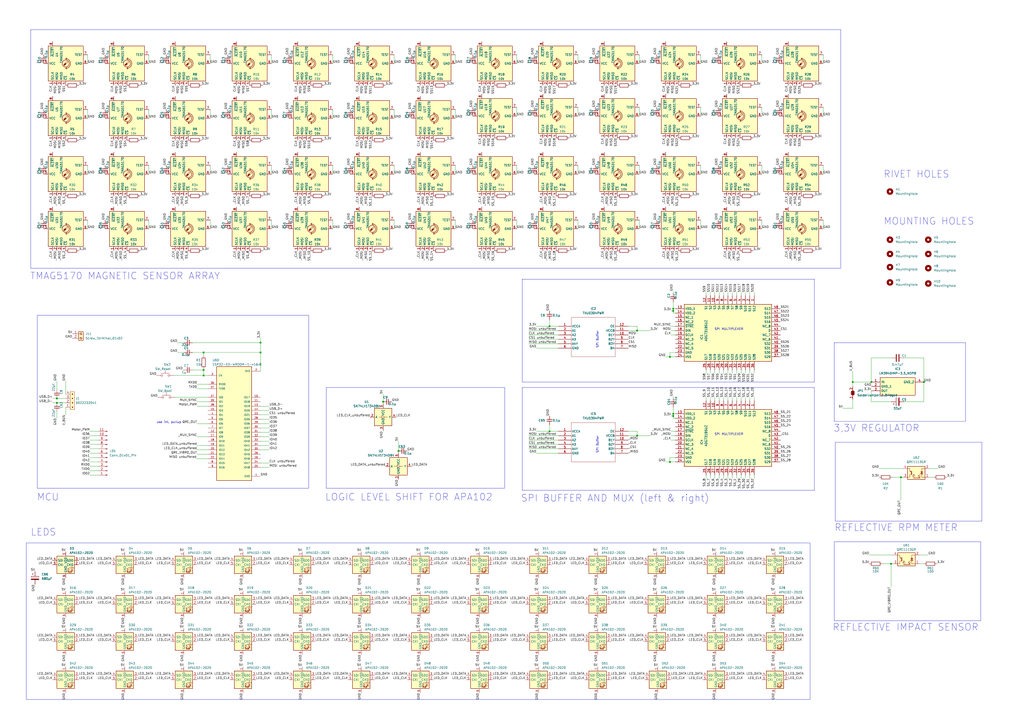
<source format=kicad_sch>
(kicad_sch (version 20230121) (generator eeschema)
  (paper "A2")
  (title_block (title "Rotor Platine") (date "2023-07-15"))
  (junction (at 369.57 191.77))
  (junction (at 516.89 327.025))
  (junction (at 369.57 252.73))
  (junction (at 33.02 231.14))
  (junction (at 522.605 276.86))
  (junction (at 318.77 250.19))
  (junction (at 318.77 189.23))
  (junction (at 494.665 221.615))
  (junction (at 505.46 221.615))
  (junction (at 118.11 214.63))
  (junction (at 388.62 267.97))
  (junction (at 151.13 204.47))
  (junction (at 33.02 233.68))
  (junction (at 118.11 217.805))
  (junction (at 222.25 233.045))
  (junction (at 231.14 261.62))
  (junction (at 151.13 198.755))
  (junction (at 390.525 180.34))
  (junction (at 390.525 241.3))
  (junction (at 390.525 179.07))
  (junction (at 388.62 207.01))
  (junction (at 390.525 240.03))
  (junction (at 535.94 221.615))
  (junction (at 118.11 204.47))
  (wire (pts (xy 306.705 196.85) (xy 323.85 196.85)))
  (wire (pts (xy 409.575 216.535) (xy 409.575 214.63)))
  (wire (pts (xy 414.655 230.505) (xy 414.655 232.41)))
  (wire (pts (xy 494.665 221.615) (xy 494.665 224.155)))
  (wire (pts (xy 429.895 216.535) (xy 429.895 214.63)))
  (wire (pts (xy 434.975 277.495) (xy 434.975 275.59)))
  (wire (pts (xy 111.76 214.63) (xy 118.11 214.63)))
  (wire (pts (xy 306.705 194.31) (xy 323.85 194.31)))
  (wire (pts (xy 441.96 67.31) (xy 441.96 62.23)))
  (wire (pts (xy 370.84 132.715) (xy 370.84 127.635)))
  (wire (pts (xy 151.13 243.205) (xy 156.21 243.205)))
  (wire (pts (xy 86.36 100.965) (xy 86.36 95.885)))
  (wire (pts (xy 33.02 233.68) (xy 38.1 233.68)))
  (wire (pts (xy 231.14 261.62) (xy 231.14 262.89)))
  (wire (pts (xy 318.77 246.38) (xy 318.77 250.19)))
  (wire (pts (xy 86.36 36.83) (xy 86.36 31.75)))
  (wire (pts (xy 477.52 36.83) (xy 477.52 31.75)))
  (wire (pts (xy 264.16 36.83) (xy 264.16 31.75)))
  (wire (pts (xy 417.195 216.535) (xy 417.195 214.63)))
  (wire (pts (xy 121.92 68.58) (xy 121.92 63.5)))
  (wire (pts (xy 156.21 268.605) (xy 151.13 268.605)))
  (wire (pts (xy 114.3 225.425) (xy 120.65 225.425)))
  (wire (pts (xy 311.15 201.93) (xy 323.85 201.93)))
  (wire (pts (xy 427.355 216.535) (xy 427.355 214.63)))
  (wire (pts (xy 390.525 168.91) (xy 390.525 170.18)))
  (wire (pts (xy 437.515 169.545) (xy 437.515 171.45)))
  (wire (pts (xy 151.13 204.47) (xy 151.13 215.265)))
  (wire (pts (xy 306.705 255.27) (xy 323.85 255.27)))
  (wire (pts (xy 114.3 233.045) (xy 120.65 233.045)))
  (wire (pts (xy 412.115 169.545) (xy 412.115 171.45)))
  (wire (pts (xy 488.95 236.855) (xy 494.665 236.855)))
  (wire (pts (xy 504.19 321.945) (xy 518.16 321.945)))
  (wire (pts (xy 121.92 132.715) (xy 121.92 127.635)))
  (wire (pts (xy 102.87 198.755) (xy 106.68 198.755)))
  (wire (pts (xy 390.525 179.07) (xy 391.795 179.07)))
  (wire (pts (xy 377.19 252.73) (xy 369.57 252.73)))
  (wire (pts (xy 390.525 240.03) (xy 391.795 240.03)))
  (wire (pts (xy 86.36 132.715) (xy 86.36 127.635)))
  (wire (pts (xy 228.6 68.58) (xy 228.6 63.5)))
  (wire (pts (xy 264.16 132.715) (xy 264.16 127.635)))
  (wire (pts (xy 538.48 321.945) (xy 533.4 321.945)))
  (wire (pts (xy 306.705 191.77) (xy 323.85 191.77)))
  (wire (pts (xy 406.4 36.83) (xy 406.4 31.75)))
  (wire (pts (xy 422.275 275.59) (xy 422.275 277.495)))
  (wire (pts (xy 412.115 216.535) (xy 412.115 214.63)))
  (wire (pts (xy 535.94 207.645) (xy 535.94 221.615)))
  (wire (pts (xy 441.96 132.715) (xy 441.96 127.635)))
  (wire (pts (xy 151.13 260.985) (xy 156.21 260.985)))
  (wire (pts (xy 50.8 68.58) (xy 50.8 63.5)))
  (wire (pts (xy 505.46 233.045) (xy 516.89 233.045)))
  (wire (pts (xy 264.16 100.965) (xy 264.16 95.885)))
  (wire (pts (xy 432.435 230.505) (xy 432.435 232.41)))
  (wire (pts (xy 477.52 132.715) (xy 477.52 127.635)))
  (wire (pts (xy 193.04 68.58) (xy 193.04 63.5)))
  (wire (pts (xy 429.895 169.545) (xy 429.895 171.45)))
  (wire (pts (xy 157.48 36.83) (xy 157.48 31.75)))
  (wire (pts (xy 370.84 67.31) (xy 370.84 62.23)))
  (wire (pts (xy 390.525 242.57) (xy 391.795 242.57)))
  (wire (pts (xy 524.51 233.045) (xy 535.94 233.045)))
  (wire (pts (xy 390.525 181.61) (xy 391.795 181.61)))
  (wire (pts (xy 118.11 214.63) (xy 118.11 217.805)))
  (wire (pts (xy 118.11 204.47) (xy 118.11 206.375)))
  (wire (pts (xy 52.07 257.81) (xy 57.15 257.81)))
  (wire (pts (xy 417.195 275.59) (xy 417.195 277.495)))
  (wire (pts (xy 516.89 327.025) (xy 516.89 340.36)))
  (wire (pts (xy 193.04 132.715) (xy 193.04 127.635)))
  (wire (pts (xy 318.77 185.42) (xy 318.77 189.23)))
  (wire (pts (xy 100.965 217.805) (xy 118.11 217.805)))
  (wire (pts (xy 377.19 191.77) (xy 369.57 191.77)))
  (wire (pts (xy 114.3 263.525) (xy 120.65 263.525)))
  (wire (pts (xy 409.575 230.505) (xy 409.575 232.41)))
  (wire (pts (xy 505.46 221.615) (xy 505.46 207.645)))
  (wire (pts (xy 369.57 191.77) (xy 364.49 191.77)))
  (wire (pts (xy 335.28 100.965) (xy 335.28 95.885)))
  (wire (pts (xy 38.1 236.22) (xy 38.1 240.665)))
  (wire (pts (xy 228.6 100.965) (xy 228.6 95.885)))
  (wire (pts (xy 409.575 275.59) (xy 409.575 277.495)))
  (wire (pts (xy 390.525 241.3) (xy 390.525 240.03)))
  (wire (pts (xy 541.655 276.86) (xy 539.115 276.86)))
  (wire (pts (xy 390.525 181.61) (xy 390.525 180.34)))
  (wire (pts (xy 222.25 249.555) (xy 222.25 250.19)))
  (wire (pts (xy 318.77 250.19) (xy 323.85 250.19)))
  (wire (pts (xy 299.72 132.715) (xy 299.72 127.635)))
  (wire (pts (xy 432.435 277.495) (xy 432.435 275.59)))
  (wire (pts (xy 386.08 267.97) (xy 388.62 267.97)))
  (wire (pts (xy 114.3 260.985) (xy 120.65 260.985)))
  (wire (pts (xy 151.13 245.745) (xy 156.21 245.745)))
  (wire (pts (xy 52.07 252.73) (xy 57.15 252.73)))
  (wire (pts (xy 388.62 265.43) (xy 391.795 265.43)))
  (wire (pts (xy 193.04 36.83) (xy 193.04 31.75)))
  (wire (pts (xy 388.62 267.97) (xy 391.795 267.97)))
  (wire (pts (xy 414.655 275.59) (xy 414.655 277.495)))
  (wire (pts (xy 419.735 230.505) (xy 419.735 232.41)))
  (wire (pts (xy 434.975 230.505) (xy 434.975 232.41)))
  (wire (pts (xy 306.705 252.73) (xy 323.85 252.73)))
  (wire (pts (xy 477.52 67.31) (xy 477.52 62.23)))
  (wire (pts (xy 222.25 233.045) (xy 222.25 234.315)))
  (wire (pts (xy 370.84 100.965) (xy 370.84 95.885)))
  (wire (pts (xy 299.72 67.31) (xy 299.72 62.23)))
  (wire (pts (xy 335.28 132.715) (xy 335.28 127.635)))
  (wire (pts (xy 434.975 169.545) (xy 434.975 171.45)))
  (wire (pts (xy 424.815 169.545) (xy 424.815 171.45)))
  (wire (pts (xy 111.76 198.755) (xy 151.13 198.755)))
  (wire (pts (xy 193.04 100.965) (xy 193.04 95.885)))
  (wire (pts (xy 535.94 327.025) (xy 533.4 327.025)))
  (wire (pts (xy 389.255 241.3) (xy 390.525 241.3)))
  (wire (pts (xy 156.21 238.125) (xy 151.13 238.125)))
  (wire (pts (xy 306.705 260.35) (xy 323.85 260.35)))
  (wire (pts (xy 52.07 273.05) (xy 57.15 273.05)))
  (wire (pts (xy 389.255 189.23) (xy 391.795 189.23)))
  (wire (pts (xy 101.6 230.505) (xy 120.65 230.505)))
  (wire (pts (xy 434.975 216.535) (xy 434.975 214.63)))
  (wire (pts (xy 437.515 216.535) (xy 437.515 214.63)))
  (wire (pts (xy 517.525 276.86) (xy 522.605 276.86)))
  (wire (pts (xy 318.77 189.23) (xy 323.85 189.23)))
  (wire (pts (xy 494.665 231.775) (xy 494.665 236.855)))
  (wire (pts (xy 151.13 198.755) (xy 151.13 204.47)))
  (wire (pts (xy 441.96 36.83) (xy 441.96 31.75)))
  (wire (pts (xy 417.195 169.545) (xy 417.195 171.45)))
  (wire (pts (xy 306.705 199.39) (xy 323.85 199.39)))
  (wire (pts (xy 389.255 250.19) (xy 391.795 250.19)))
  (wire (pts (xy 505.46 207.645) (xy 516.89 207.645)))
  (wire (pts (xy 544.195 271.78) (xy 539.115 271.78)))
  (wire (pts (xy 114.3 235.585) (xy 120.65 235.585)))
  (wire (pts (xy 311.15 189.23) (xy 318.77 189.23)))
  (wire (pts (xy 118.11 204.47) (xy 151.13 204.47)))
  (wire (pts (xy 335.28 67.31) (xy 335.28 62.23)))
  (wire (pts (xy 388.62 204.47) (xy 391.795 204.47)))
  (wire (pts (xy 390.525 229.87) (xy 390.525 231.14)))
  (wire (pts (xy 432.435 169.545) (xy 432.435 171.45)))
  (wire (pts (xy 30.48 231.14) (xy 33.02 231.14)))
  (wire (pts (xy 369.57 250.19) (xy 369.57 252.73)))
  (wire (pts (xy 50.8 100.965) (xy 50.8 95.885)))
  (wire (pts (xy 390.525 240.03) (xy 390.525 236.22)))
  (wire (pts (xy 151.13 250.825) (xy 156.21 250.825)))
  (wire (pts (xy 409.575 169.545) (xy 409.575 171.45)))
  (wire (pts (xy 114.3 222.885) (xy 120.65 222.885)))
  (wire (pts (xy 389.255 191.77) (xy 391.795 191.77)))
  (wire (pts (xy 390.525 179.07) (xy 390.525 175.26)))
  (wire (pts (xy 156.21 271.145) (xy 151.13 271.145)))
  (wire (pts (xy 429.895 277.495) (xy 429.895 275.59)))
  (wire (pts (xy 535.94 233.045) (xy 535.94 221.615)))
  (wire (pts (xy 299.72 36.83) (xy 299.72 31.75)))
  (wire (pts (xy 432.435 216.535) (xy 432.435 214.63)))
  (wire (pts (xy 389.255 180.34) (xy 390.525 180.34)))
  (wire (pts (xy 524.51 207.645) (xy 535.94 207.645)))
  (wire (pts (xy 414.655 169.545) (xy 414.655 171.45)))
  (wire (pts (xy 299.72 100.965) (xy 299.72 95.885)))
  (wire (pts (xy 52.07 270.51) (xy 57.15 270.51)))
  (wire (pts (xy 429.895 230.505) (xy 429.895 232.41)))
  (wire (pts (xy 406.4 67.31) (xy 406.4 62.23)))
  (wire (pts (xy 509.905 271.78) (xy 523.875 271.78)))
  (wire (pts (xy 52.07 275.59) (xy 57.15 275.59)))
  (wire (pts (xy 494.665 215.265) (xy 494.665 221.615)))
  (wire (pts (xy 422.275 169.545) (xy 422.275 171.45)))
  (wire (pts (xy 52.07 255.27) (xy 57.15 255.27)))
  (wire (pts (xy 427.355 277.495) (xy 427.355 275.59)))
  (wire (pts (xy 114.3 245.745) (xy 120.65 245.745)))
  (wire (pts (xy 511.81 327.025) (xy 516.89 327.025)))
  (wire (pts (xy 102.87 204.47) (xy 106.68 204.47)))
  (wire (pts (xy 522.605 276.86) (xy 522.605 290.195)))
  (wire (pts (xy 120.65 217.805) (xy 118.11 217.805)))
  (wire (pts (xy 33.02 231.14) (xy 38.1 231.14)))
  (wire (pts (xy 427.355 230.505) (xy 427.355 232.41)))
  (wire (pts (xy 390.525 180.34) (xy 390.525 179.07)))
  (wire (pts (xy 118.11 213.995) (xy 118.11 214.63)))
  (wire (pts (xy 30.48 233.68) (xy 33.02 233.68)))
  (wire (pts (xy 52.07 260.35) (xy 57.15 260.35)))
  (wire (pts (xy 222.25 228.6) (xy 222.25 233.045)))
  (wire (pts (xy 157.48 68.58) (xy 157.48 63.5)))
  (wire (pts (xy 335.28 36.83) (xy 335.28 31.75)))
  (wire (pts (xy 388.62 207.01) (xy 388.62 204.47)))
  (wire (pts (xy 114.3 258.445) (xy 120.65 258.445)))
  (wire (pts (xy 386.08 207.01) (xy 388.62 207.01)))
  (wire (pts (xy 114.3 253.365) (xy 120.65 253.365)))
  (wire (pts (xy 369.57 252.73) (xy 364.49 252.73)))
  (wire (pts (xy 151.13 258.445) (xy 156.21 258.445)))
  (wire (pts (xy 151.13 248.285) (xy 156.21 248.285)))
  (wire (pts (xy 414.655 216.535) (xy 414.655 214.63)))
  (wire (pts (xy 38.1 220.98) (xy 38.1 228.6)))
  (wire (pts (xy 419.735 275.59) (xy 419.735 277.495)))
  (wire (pts (xy 427.355 169.545) (xy 427.355 171.45)))
  (wire (pts (xy 412.115 230.505) (xy 412.115 232.41)))
  (wire (pts (xy 417.195 230.505) (xy 417.195 232.41)))
  (wire (pts (xy 33.02 220.98) (xy 33.02 226.06)))
  (wire (pts (xy 419.735 216.535) (xy 419.735 214.63)))
  (wire (pts (xy 311.15 262.89) (xy 323.85 262.89)))
  (wire (pts (xy 424.815 230.505) (xy 424.815 232.41)))
  (wire (pts (xy 156.21 240.665) (xy 151.13 240.665)))
  (wire (pts (xy 151.13 196.215) (xy 151.13 198.755)))
  (wire (pts (xy 106.045 214.63) (xy 106.68 214.63)))
  (wire (pts (xy 364.49 250.19) (xy 369.57 250.19)))
  (wire (pts (xy 522.605 276.86) (xy 523.875 276.86)))
  (wire (pts (xy 516.89 327.025) (xy 518.16 327.025)))
  (wire (pts (xy 311.15 250.19) (xy 318.77 250.19)))
  (wire (pts (xy 52.07 267.97) (xy 57.15 267.97)))
  (wire (pts (xy 419.735 169.545) (xy 419.735 171.45)))
  (wire (pts (xy 389.255 194.31) (xy 391.795 194.31)))
  (wire (pts (xy 388.62 267.97) (xy 388.62 265.43)))
  (wire (pts (xy 52.07 250.19) (xy 57.15 250.19)))
  (wire (pts (xy 228.6 132.715) (xy 228.6 127.635)))
  (wire (pts (xy 151.13 253.365) (xy 156.21 253.365)))
  (wire (pts (xy 412.115 275.59) (xy 412.115 277.495)))
  (wire (pts (xy 390.525 242.57) (xy 390.525 241.3)))
  (wire (pts (xy 437.515 230.505) (xy 437.515 232.41)))
  (wire (pts (xy 306.705 257.81) (xy 323.85 257.81)))
  (wire (pts (xy 121.92 36.83) (xy 121.92 31.75)))
  (wire (pts (xy 424.815 275.59) (xy 424.815 277.495)))
  (wire (pts (xy 406.4 100.965) (xy 406.4 95.885)))
  (wire (pts (xy 52.07 262.89) (xy 57.15 262.89)))
  (wire (pts (xy 388.62 207.01) (xy 391.795 207.01)))
  (wire (pts (xy 157.48 132.715) (xy 157.48 127.635)))
  (wire (pts (xy 86.36 68.58) (xy 86.36 63.5)))
  (wire (pts (xy 494.665 221.615) (xy 505.46 221.615)))
  (wire (pts (xy 364.49 189.23) (xy 369.57 189.23)))
  (wire (pts (xy 422.275 230.505) (xy 422.275 232.41)))
  (wire (pts (xy 114.0709 266.065) (xy 120.65 266.065)))
  (wire (pts (xy 422.275 216.535) (xy 422.275 214.63)))
  (wire (pts (xy 156.21 235.585) (xy 151.13 235.585)))
  (wire (pts (xy 52.07 265.43) (xy 57.15 265.43)))
  (wire (pts (xy 437.515 277.495) (xy 437.515 275.59)))
  (wire (pts (xy 33.02 238.76) (xy 33.02 242.57)))
  (wire (pts (xy 50.8 36.83) (xy 50.8 31.75)))
  (wire (pts (xy 441.96 100.965) (xy 441.96 95.885)))
  (wire (pts (xy 477.52 100.965) (xy 477.52 95.885)))
  (wire (pts (xy 505.46 226.695) (xy 505.46 233.045)))
  (wire (pts (xy 370.84 36.83) (xy 370.84 31.75)))
  (wire (pts (xy 157.48 100.965) (xy 157.48 95.885)))
  (wire (pts (xy 264.16 68.58) (xy 264.16 63.5)))
  (wire (pts (xy 389.255 252.73) (xy 391.795 252.73)))
  (wire (pts (xy 389.255 255.27) (xy 391.795 255.27)))
  (wire (pts (xy 424.815 216.535) (xy 424.815 214.63)))
  (wire (pts (xy 228.6 36.83) (xy 228.6 31.75)))
  (wire (pts (xy 231.14 255.905) (xy 231.14 261.62)))
  (wire (pts (xy 369.57 189.23) (xy 369.57 191.77)))
  (wire (pts (xy 406.4 132.715) (xy 406.4 127.635)))
  (wire (pts (xy 151.13 255.905) (xy 156.21 255.905)))
  (wire (pts (xy 121.92 100.965) (xy 121.92 95.885)))
  (wire (pts (xy 50.8 132.715) (xy 50.8 127.635)))
  (wire (pts (xy 111.76 204.47) (xy 118.11 204.47)))
  (rectangle (start 483.87 314.325) (end 568.96 360.045))
  (rectangle (start 302.895 224.79) (end 472.44 284.48))
  (rectangle (start 484.505 256.54) (end 569.595 302.26))
  (rectangle (start 483.87 198.755) (end 560.07 244.475))
  (rectangle (start 17.78 17.145) (end 487.68 155.575))
  (rectangle (start 21.59 182.88) (end 179.07 283.21))
  (rectangle (start 302.895 161.925) (end 472.44 221.615))
  (rectangle (start 15.24 314.96) (end 469.9 405.765))
  (rectangle (start 189.23 224.79) (end 292.735 283.21))
  (text "SPI MULTIPLEXER\n" (at 431.165 191.77 0) (effects (font (size 1.27 1.27)) (justify right bottom)))
  (text "SPI Buffer" (at 347.345 262.89 90) (effects (font (size 1.27 1.27)) (justify left bottom)))
  (text "MCU" (at 34.29 290.83 0) (effects (font (size 4 4)) (justify right bottom)))
  (text "REFLECTIVE RPM METER\n\n" (at 555.625 314.96 0) (effects (font (size 4 4)) (justify right bottom)))
  (text "RIVET HOLES" (at 512.445 103.505 0) (effects (font (size 4 4)) (justify left bottom)))
  (text "TMAG5170 MAGNETIC SENSOR ARRAY \n" (at 130.81 162.56 0) (effects (font (size 4 4)) (justify right bottom)))
  (text "use int. pullup" (at 90.805 245.745 0) (effects (font (size 1.27 1.27)) (justify left bottom)))
  (text "SPI BUFFER AND MUX (left & right)\n" (at 411.48 291.465 0) (effects (font (size 4 4)) (justify right bottom)))
  (text "LOGIC LEVEL SHIFT FOR APA102\n" (at 285.75 290.83 0) (effects (font (size 4 4)) (justify right bottom)))
  (text "LEDS\n" (at 17.78 311.15 0) (effects (font (size 4 4)) (justify left bottom)))
  (text "REFLECTIVE IMPACT SENSOR\n\n" (at 567.69 372.745 0) (effects (font (size 4 4)) (justify right bottom)))
  (text "SPI MULTIPLEXER\n" (at 431.165 252.73 0) (effects (font (size 1.27 1.27)) (justify right bottom)))
  (text "MOUNTING HOLES" (at 565.15 130.81 0) (effects (font (size 4 4)) (justify right bottom)))
  (text "3,3V REGULATOR\n" (at 533.4 250.825 0) (effects (font (size 4 4)) (justify right bottom)))
  (text "SPI Buffer" (at 347.345 201.93 90) (effects (font (size 1.27 1.27)) (justify left bottom)))
  (label "3.3V" (at 116.84 145.415 0))
  (label "3.3V" (at 238.76 68.58 180))
  (label "LED_DATA" (at 320.04 347.98 0))
  (label "SS10" (at 412.115 169.545 90))
  (label "GND" (at 381 335.28 270))
  (label "GND" (at 96.52 31.75 90))
  (label "LED_CLK" (at 304.8 350.52 180))
  (label "LED_DATA" (at 114.3 325.12 0))
  (label "GND" (at 381 379.73 270))
  (label "5V" (at 346.71 320.04 180))
  (label "_MISO" (at 284.48 113.665 270))
  (label "SS29" (at 429.895 216.535 270))
  (label "MOSI" (at 104.14 81.28 270))
  (label "SS4" (at 419.735 216.535 270))
  (label "SS13" (at 251.46 49.53 270))
  (label "GND" (at 33.02 242.57 270))
  (label "GND" (at 228.6 100.965 0))
  (label "LED_DATA" (at 388.62 325.12 0))
  (label "3.3V" (at 389.255 241.3 180))
  (label "LED_DATA" (at 354.33 325.12 0))
  (label "5V" (at 20.32 331.47 180))
  (label "CLK" (at 243.84 49.53 270))
  (label "_MISO" (at 248.92 113.665 270))
  (label "5V" (at 72.39 386.715 180))
  (label "GND" (at 121.92 132.715 0))
  (label "USB_D-" (at 156.21 235.585 0))
  (label "LED_CLK" (at 236.22 327.66 180))
  (label "SS8" (at 144.78 81.28 270))
  (label "MOSI" (at 139.7 49.53 270))
  (label "LED_DATA" (at 354.33 391.795 0))
  (label "LED_CLK" (at 99.06 372.11 180))
  (label "MISO" (at 248.92 49.53 270))
  (label "MISO" (at 426.72 80.01 270))
  (label "_MOSI" (at 139.7 113.665 270))
  (label "GND" (at 228.6 36.83 0))
  (label "GND" (at 157.48 36.83 0))
  (label "IO40" (at 52.07 262.89 180))
  (label "MOSI" (at 210.82 81.28 270))
  (label "GND" (at 25.4 31.75 90))
  (label "LED_CLK" (at 407.67 350.52 180))
  (label "MOSI" (at 388.62 49.53 270))
  (label "LED_DATA" (at 217.17 347.98 0))
  (label "3.3V" (at 223.52 81.28 0))
  (label "CLK" (at 314.96 80.01 270))
  (label "GND" (at 381 358.14 270))
  (label "GND" (at 72.39 401.955 270))
  (label "CS1" (at 452.755 191.77 0))
  (label "GND" (at 449.58 401.955 270))
  (label "MOSI" (at 210.82 49.53 270))
  (label "LED_DATA" (at 30.48 369.57 180))
  (label "SS_16" (at 287.02 145.415 270))
  (label "_MISO" (at 426.72 113.665 270))
  (label "LED_DATA" (at 407.67 369.57 180))
  (label "3.3V" (at 81.28 49.53 0))
  (label "LED_CLK" (at 167.64 327.66 180))
  (label "5V" (at 381 342.9 180))
  (label "SS9" (at 409.575 169.545 90))
  (label "LED_CLK" (at 201.93 394.335 180))
  (label "MISO" (at 106.68 81.28 270))
  (label "3.3V" (at 452.12 132.715 180))
  (label "_MISO" (at 35.56 145.415 270))
  (label "CLK" (at 364.49 196.85 0))
  (label "LED_DATA" (at 167.64 369.57 180))
  (label "LED_DATA" (at 339.09 347.98 180))
  (label "SS14" (at 251.46 81.28 270))
  (label "GND" (at 504.19 321.945 180))
  (label "GND" (at 50.8 132.715 0))
  (label "GND" (at 60.96 31.75 90))
  (label "SS20" (at 437.515 169.545 90))
  (label "GND" (at 309.88 31.75 90))
  (label "5V" (at 415.29 342.9 180))
  (label "LED_CLK" (at 354.33 394.335 0))
  (label "_MOSI" (at 175.26 145.415 270))
  (label "GND" (at 309.88 127.635 90))
  (label "LED_CLK" (at 354.33 372.11 0))
  (label "3.3V" (at 223.52 145.415 0))
  (label "LED_DATA" (at 441.96 325.12 180))
  (label "CLK" (at 208.28 81.28 270))
  (label "GND" (at 140.97 358.14 270))
  (label "GND" (at 38.1 220.98 90))
  (label "GND" (at 243.84 379.73 270))
  (label "LED_DATA" (at 182.88 325.12 0))
  (label "LED_DATA" (at 99.06 347.98 180))
  (label "3.3V" (at 96.52 68.58 180))
  (label "5V" (at 175.26 364.49 180))
  (label "3.3V" (at 365.76 145.415 0))
  (label "LED_DATA" (at 354.33 347.98 0))
  (label "LED_CLK" (at 457.2 394.335 0))
  (label "GND" (at 228.6 68.58 0))
  (label "5V" (at 222.25 228.6 90))
  (label "MISO" (at 426.72 49.53 270))
  (label "_MOSI" (at 68.58 113.665 270))
  (label "GND" (at 335.28 67.31 0))
  (label "_MISO" (at 71.12 145.415 270))
  (label "3.3V" (at 96.52 132.715 180))
  (label "3.3V" (at 81.28 113.665 0))
  (label "GND" (at 264.16 132.715 0))
  (label "GND" (at 299.72 36.83 0))
  (label "GND" (at 157.48 100.965 0))
  (label "LED_CLK" (at 45.72 394.335 0))
  (label "MISO" (at 391.16 49.53 270))
  (label "GND" (at 209.55 401.955 270))
  (label "GND" (at 38.1 379.73 270))
  (label "GND" (at 406.4 100.965 0))
  (label "LED_CLK" (at 236.22 372.11 180))
  (label "GND" (at 157.48 132.715 0))
  (label "3.3V" (at 452.12 100.965 180))
  (label "_MOSI" (at 424.18 113.665 270))
  (label "GND" (at 90.805 217.805 180))
  (label "SS_1" (at 427.355 277.495 270))
  (label "_MOSI" (at 104.14 145.415 270))
  (label "LED_CLK" (at 285.75 372.11 0))
  (label "3.3V" (at 60.96 100.965 180))
  (label "LED_DATA" (at 457.2 325.12 0))
  (label "GND" (at 509.905 271.78 180))
  (label "GND" (at 535.94 221.615 0))
  (label "MOSI" (at 317.5 49.53 270))
  (label "_MISO" (at 426.72 145.415 270))
  (label "5V" (at 106.68 386.715 180))
  (label "5V" (at 415.29 320.04 180))
  (label "GND" (at 390.525 168.91 90))
  (label "GND" (at 406.4 67.31 0))
  (label "LED_DATA" (at 133.35 325.12 180))
  (label "_CLK" (at 172.72 113.665 270))
  (label "3.3V" (at 45.72 113.665 0))
  (label "GND" (at 50.8 100.965 0))
  (label "GND" (at 238.76 127.635 90))
  (label "3.3V" (at 259.08 81.28 0))
  (label "5V" (at 106.68 364.49 180))
  (label "5V" (at 209.55 386.715 180))
  (label "LED_DATA" (at 457.2 347.98 0))
  (label "3.3V" (at 274.32 36.83 180))
  (label "SS_9" (at 180.34 113.665 270))
  (label "CLK" (at 314.96 49.53 270))
  (label "IO36" (at 156.21 245.745 0))
  (label "SS5" (at 109.22 49.53 270))
  (label "3.3V" (at 472.44 80.01 0))
  (label "GND" (at 243.84 358.14 270))
  (label "_MOSI" (at 68.58 145.415 270))
  (label "LED_DATA" (at 45.72 325.12 0))
  (label "SS_18" (at 432.435 230.505 90))
  (label "GND" (at 86.36 132.715 0))
  (label "GND" (at 406.4 36.83 0))
  (label "LED_DATA" (at 441.96 391.795 180))
  (label "LED_CLK" (at 270.51 327.66 180))
  (label "LED_CLK" (at 148.59 350.52 0))
  (label "LED_DATA" (at 236.22 369.57 180))
  (label "SS1" (at 427.355 216.535 270))
  (label "MISO" (at 462.28 80.01 270))
  (label "3.3V" (at 549.275 276.86 0))
  (label "_MISO" (at 364.49 262.89 0))
  (label "3.3V" (at 132.08 68.58 180))
  (label "USB_D+" (at 30.48 231.14 180))
  (label "MISO" (at 106.68 49.53 270))
  (label "SS_3" (at 422.275 277.495 270))
  (label "GND" (at 381 127.635 90))
  (label "LED_CLK" (at 80.01 327.66 0))
  (label "GND" (at 274.32 127.635 90))
  (label "3.3V" (at 416.56 67.31 180))
  (label "MOSI" (at 246.38 81.28 270))
  (label "MOSI" (at 459.74 80.01 270))
  (label "_CS1" (at 452.755 252.73 0))
  (label "QRE_VIBRO_OUT" (at 516.89 340.36 270))
  (label "SS_2" (at 38.1 145.415 270))
  (label "LED_DATA" (at 422.91 347.98 0))
  (label "5V" (at 140.97 386.715 180))
  (label "LED_DATA" (at 148.59 347.98 0))
  (label "LED_CLK" (at 64.77 394.335 180))
  (label "3.3V" (at 505.46 226.695 180))
  (label "SS_24" (at 429.26 145.415 270))
  (label "5V" (at 175.26 342.9 180))
  (label "LED_CLK" (at 133.35 372.11 180))
  (label "LED_DATA" (at 64.77 347.98 180))
  (label "3.3V" (at 436.88 145.415 0))
  (label "5V" (at 140.97 320.04 180))
  (label "GND" (at 132.08 63.5 90))
  (label "CLK" (at 30.48 81.28 270))
  (label "_CLK" (at 421.64 145.415 270))
  (label "GND" (at 86.36 36.83 0))
  (label "LED_DATA" (at 217.17 391.795 0))
  (label "5V" (at 312.42 386.715 180))
  (label "_CLK" (at 208.28 145.415 270))
  (label "GND" (at 132.08 95.885 90))
  (label "LED_DATA" (at 64.77 325.12 180))
  (label "SS28" (at 452.755 207.01 0))
  (label "GND" (at 278.13 358.14 270))
  (label "GND" (at 335.28 132.715 0))
  (label "GND" (at 441.96 36.83 0))
  (label "QRE_OUT" (at 114.3 245.745 180))
  (label "_MISO" (at 355.6 113.665 270))
  (label "GND" (at 386.08 267.97 180))
  (label "SS27" (at 452.755 204.47 0))
  (label "LED_CLK" (at 167.64 372.11 180))
  (label "SS12" (at 417.195 169.545 90))
  (label "LED_CLK" (at 320.04 350.52 0))
  (label "LED_CLK" (at 30.48 394.335 180))
  (label "3.3V" (at 25.4 36.83 180))
  (label "5V" (at 72.39 364.49 180))
  (label "MOSI" (at 281.94 49.53 270))
  (label "3.3V" (at 452.12 36.83 180))
  (label "SS_14" (at 422.275 230.505 90))
  (label "GND" (at 38.1 358.14 270))
  (label "LED_DATA" (at 64.77 369.57 180))
  (label "LED_DATA" (at 201.93 369.57 180))
  (label "GND" (at 318.77 241.3 90))
  (label "5V" (at 278.13 320.04 180))
  (label "LED_DATA" (at 30.48 325.12 180))
  (label "SS32" (at 437.515 216.535 270))
  (label "3.3V" (at 294.64 113.665 0))
  (label "5V" (at 381 320.04 180))
  (label "LED_DATA" (at 148.59 391.795 0))
  (label "3.3V" (at 401.32 49.53 0))
  (label "LED_DATA" (at 45.72 369.57 0))
  (label "3.3V" (at 365.76 80.01 0))
  (label "MOSI" (at 68.58 49.53 270))
  (label "MOSI unbuffered" (at 306.705 191.77 0))
  (label "SS18" (at 322.58 80.01 270))
  (label "SS_4" (at 73.66 145.415 270))
  (label "LED_CLK" (at 388.62 327.66 0))
  (label "CS1" (at 364.49 199.39 0))
  (label "GND" (at 370.84 100.965 0))
  (label "MUX_SYNC" (at 389.255 189.23 180))
  (label "GND" (at 238.76 63.5 90))
  (label "_CLK" (at 457.2 113.665 270))
  (label "_CLK" (at 137.16 113.665 270))
  (label "3.3V" (at 167.64 132.715 180))
  (label "5V" (at 449.58 364.49 180))
  (label "3.3V" (at 543.56 327.025 0))
  (label "GND" (at 175.26 401.955 270))
  (label "SS2" (at 38.1 81.28 270))
  (label "LED_DATA" (at 388.62 369.57 0))
  (label "5V" (at 140.97 364.49 180))
  (label "GND" (at 312.42 335.28 270))
  (label "GND" (at 477.52 36.83 0))
  (label "_CLK" (at 208.28 113.665 270))
  (label "5V" (at 278.13 364.49 180))
  (label "GND" (at 309.88 95.885 90))
  (label "LED_CLK" (at 285.75 350.52 0))
  (label "IO39" (at 156.21 253.365 0))
  (label "MOSI" (at 424.18 80.01 270))
  (label "_CS1" (at 364.49 260.35 0))
  (label "MISO" (at 213.36 49.53 270))
  (label "LED_DATA" (at 99.06 391.795 180))
  (label "5V" (at 312.42 364.49 180))
  (label "SS_21" (at 393.7 113.665 270))
  (label "GND" (at 345.44 95.885 90))
  (label "LED_DATA" (at 201.93 391.795 180))
  (label "SS6" (at 109.22 81.28 270))
  (label "LED_DATA" (at 148.59 325.12 0))
  (label "GND" (at 96.52 63.5 90))
  (label "_MISO" (at 391.16 145.415 270))
  (label "5V" (at 449.58 342.9 180))
  (label "GND" (at 477.52 67.31 0))
  (label "GND" (at 203.2 63.5 90))
  (label "GND" (at 121.92 36.83 0))
  (label "GND" (at 441.96 100.965 0))
  (label "LED_CLK" (at 45.72 350.52 0))
  (label "3.3V" (at 45.72 81.28 0))
  (label "GND" (at 243.84 401.955 270))
  (label "SS_7" (at 412.115 277.495 270))
  (label "GND" (at 477.52 132.715 0))
  (label "GND" (at 416.56 31.75 90))
  (label "_CLK" (at 172.72 145.415 270))
  (label "GND" (at 86.36 100.965 0))
  (label "3.3V" (at 436.88 49.53 0))
  (label "SS21" (at 452.755 179.07 0))
  (label "SS_18" (at 322.58 145.415 270))
  (label "SS_20" (at 437.515 230.505 90))
  (label "SS_30" (at 432.435 277.495 270))
  (label "GND" (at 33.02 220.98 90))
  (label "GND" (at 96.52 127.635 90))
  (label "SS_17" (at 322.58 113.665 270))
  (label "3.3V" (at 238.76 100.965 180))
  (label "MISO" (at 364.49 201.93 0))
  (label "LED_CLK" (at 457.2 327.66 0))
  (label "GND" (at 452.12 31.75 90))
  (label "IO42" (at 52.07 267.97 180))
  (label "USB_D-" (at 30.48 233.68 180))
  (label "_MISO" (at 462.28 145.415 270))
  (label "3.3V" (at 203.2 132.715 180))
  (label "3.3V" (at 377.19 252.73 0))
  (label "MISO" (at 142.24 81.28 270))
  (label "LED_DATA" (at 251.46 391.795 0))
  (label "GND" (at 346.71 358.14 270))
  (label "_MISO" (at 213.36 145.415 270))
  (label "LED_CLK" (at 320.04 327.66 0))
  (label "LED_DATA" (at 80.01 369.57 0))
  (label "3.3V" (at 60.96 132.715 180))
  (label "SS15" (at 424.815 169.545 90))
  (label "GND" (at 175.26 379.73 270))
  (label "MOSI" (at 68.58 81.28 270))
  (label "3.3V" (at 401.32 113.665 0))
  (label "GND" (at 167.64 31.75 90))
  (label "GND" (at 102.87 204.47 180))
  (label "MISO" (at 391.16 80.01 270))
  (label "3.3V" (at 401.32 80.01 0))
  (label "LED_CLK" (at 80.01 372.11 0))
  (label "LED_CLK" (at 354.33 327.66 0))
  (label "GND" (at 50.8 68.58 0))
  (label "CLK" (at 389.255 194.31 180))
  (label "LED_CLK" (at 270.51 350.52 180))
  (label "3.3V" (at 274.32 132.715 180))
  (label "GND" (at 60.96 63.5 90))
  (label "LED_CLK" (at 373.38 372.11 180))
  (label "GND" (at 415.29 358.14 270))
  (label "GND" (at 60.96 127.635 90))
  (label "LED_CLK" (at 304.8 394.335 180))
  (label "_MOSI" (at 246.38 113.665 270))
  (label "_CLK" (at 243.84 113.665 270))
  (label "3.3V" (at 167.64 36.83 180))
  (label "LED_DATA" (at 236.22 347.98 180))
  (label "5V" (at 415.29 386.715 180))
  (label "LED_CLK" (at 133.35 394.335 180))
  (label "LED_CLK" (at 229.87 241.935 0))
  (label "MOSI" (at 459.74 49.53 270))
  (label "MOSI" (at 281.94 80.01 270))
  (label "_MOSI" (at 317.5 145.415 270))
  (label "_MOSI" (at 210.82 113.665 270))
  (label "_MISO" (at 177.8 113.665 270))
  (label "LED_CLK" (at 407.67 372.11 180))
  (label "LED_CLK" (at 285.75 327.66 0))
  (label "GND" (at 72.39 379.73 270))
  (label "MOSI" (at 424.18 49.53 270))
  (label "_MOSI" (at 317.5 113.665 270))
  (label "_MUX_SYNC" (at 114.3 253.365 180))
  (label "LED_DATA" (at 407.67 391.795 180))
  (label "SS_11" (at 215.9 113.665 270))
  (label "CLK" (at 172.72 81.28 270))
  (label "LED_CLK" (at 30.48 372.11 180))
  (label "SS11" (at 215.9 49.53 270))
  (label "SS16" (at 427.355 169.545 90))
  (label "LED_CLK" (at 407.67 394.335 180))
  (label "3.3V" (at 294.64 145.415 0))
  (label "_MOSI" (at 353.06 145.415 270))
  (label "MISO unbuffered" (at 306.705 199.39 0))
  (label "LED_DATA" (at 373.38 347.98 180))
  (label "GND" (at 381 31.75 90))
  (label "LED_DATA" (at 167.64 325.12 180))
  (label "CLK" (at 208.28 49.53 270))
  (label "GND" (at 386.08 207.01 180))
  (label "LED_DATA" (at 99.06 369.57 180))
  (label "_CLK" (at 243.84 145.415 270))
  (label "SS26" (at 452.755 201.93 0))
  (label "GND" (at 505.46 224.155 180))
  (label "SS5" (at 417.195 216.535 270))
  (label "QRE_VIBRO_OUT" (at 114.3 263.525 180))
  (label "LED_CLK" (at 457.2 372.11 0))
  (label "LED_DATA" (at 30.48 347.98 180))
  (label "CLK" (at 172.72 49.53 270))
  (label "LED_DATA" (at 285.75 369.57 0))
  (label "3.3V" (at 309.88 36.83 180))
  (label "CLK unbuffered" (at 306.705 194.31 0))
  (label "3.3V" (at 345.44 67.31 180))
  (label "GND" (at 335.28 36.83 0))
  (label "_CLK" (at 314.96 113.665 270))
  (label "MISO unbuffered" (at 114.0709 266.065 180))
  (label "5V" (at 175.26 386.715 180))
  (label "SS24" (at 452.755 186.69 0))
  (label "LED_DATA" (at 114.3 391.795 0))
  (label "3.3V" (at 311.15 189.23 180))
  (label "MISO" (at 320.04 49.53 270))
  (label "3.3V" (at 381 36.83 180))
  (label "5V" (at 209.55 364.49 180))
  (label "_MOSI" (at 388.62 113.665 270))
  (label "LED_CLK" (at 374.015 394.335 180))
  (label "5V" (at 346.71 386.715 180))
  (label "_MOSI" (at 459.74 113.665 270))
  (label "3.3V" (at 472.44 145.415 0))
  (label "SS31" (at 434.975 216.535 270))
  (label "CLK" (at 350.52 49.53 270))
  (label "LED_CLK_unbuffered" (at 214.63 241.935 180))
  (label "3.3V" (at 294.64 49.53 0))
  (label "GND" (at 345.44 62.23 90))
  (label "3.3V" (at 330.2 49.53 0))
  (label "SS_12" (at 417.195 230.505 90))
  (label "LED_DATA" (at 304.8 391.795 180))
  (label "SS15" (at 287.02 49.53 270))
  (label "SS22" (at 452.755 181.61 0))
  (label "LED_CLK" (at 64.77 372.11 180))
  (label "SS_23" (at 429.26 113.665 270))
  (label "LED_DATA" (at 201.93 347.98 180))
  (label "LED_CLK" (at 441.96 372.11 180))
  (label "SS_1" (at 38.1 113.665 270))
  (label "GND" (at 25.4 127.635 90))
  (label "LED_CLK" (at 339.09 372.11 180))
  (label "MISO" (at 71.12 81.28 270))
  (label "LED_CLK" (at 182.88 350.52 0))
  (label "SS_27" (at 452.755 265.43 0))
  (label "SS_7" (at 144.78 113.665 270))
  (label "_MISO" (at 320.04 145.415 270))
  (label "_MISO" (at 355.6 145.415 270))
  (label "LED_DATA" (at 182.88 391.795 0))
  (label "SS_19" (at 358.14 113.665 270))
  (label "LED_CLK" (at 45.72 372.11 0))
  (label "LED_CLK" (at 422.91 350.52 0))
  (label "_MOSI" (at 33.02 145.415 270))
  (label "LED_CLK" (at 388.62 350.52 0))
  (label "LED_DATA" (at 374.015 391.795 180))
  (label "_MOSI" (at 210.82 145.415 270))
  (label "5V" (at 231.14 255.905 90))
  (label "GND" (at 20.32 339.09 270))
  (label "MISO" (at 284.48 49.53 270))
  (label "3.3V" (at 345.44 132.715 180))
  (label "SS14" (at 422.275 169.545 90))
  (label "GND" (at 449.58 335.28 270))
  (label "CS1 unbuffered" (at 306.705 257.81 0))
  (label "GND" (at 236.22 261.62 0))
  (label "MISO" (at 71.12 49.53 270))
  (label "IO37" (at 156.21 248.285 0))
  (label "SS_14" (at 251.46 145.415 270))
  (label "LED_DATA" (at 133.35 347.98 180))
  (label "MISO unbuffered" (at 306.705 260.35 0))
  (label "GND" (at 50.8 36.83 0))
  (label "Motor_PWM" (at 52.07 250.19 180))
  (label "MISO" (at 355.6 49.53 270))
  (label "3.3V" (at 274.32 100.965 180))
  (label "_CLK" (at 421.64 113.665 270))
  (label "IO38" (at 156.21 250.825 0))
  (label "SS17" (at 429.895 169.545 90))
  (label "SS23" (at 452.755 184.15 0))
  (label "GND" (at 477.52 100.965 0))
  (label "SS19" (at 434.975 169.545 90))
  (label "LED_CLK" (at 167.64 350.52 180))
  (label "LED_DATA" (at 285.75 391.795 0))
  (label "SS17" (at 322.58 49.53 270))
  (label "CLK" (at 279.4 80.01 270))
  (label "LED_CLK" (at 99.06 350.52 180))
  (label "SS24" (at 429.26 80.01 270))
  (label "LED_DATA" (at 304.8 369.57 180))
  (label "GND" (at 132.08 31.75 90))
  (label "GND" (at 416.56 62.23 90))
  (label "SS_2" (at 424.815 277.495 270))
  (label "_CLK" (at 66.04 113.665 270))
  (label "5V" (at 243.84 364.49 180))
  (label "SS_15" (at 424.815 230.505 90))
  (label "3.3V" (at 330.2 113.665 0))
  (label "LED_CLK" (at 270.51 372.11 180))
  (label "GND" (at 381.635 401.955 270))
  (label "GND" (at 390.525 229.87 90))
  (label "3.3V" (at 401.32 145.415 0))
  (label "SS_10" (at 180.34 145.415 270))
  (label "GND" (at 264.16 68.58 0))
  (label "3.3V" (at 25.4 68.58 180))
  (label "GND" (at 228.6 132.715 0))
  (label "3.3V" (at 377.19 191.77 0))
  (label "5V" (at 38.1 320.04 180))
  (label "LED_CLK" (at 182.88 327.66 0))
  (label "GND" (at 203.2 95.885 90))
  (label "IO41" (at 156.21 258.445 0))
  (label "5V" (at 38.1 364.49 180))
  (label "GND" (at 121.92 68.58 0))
  (label "SS_15" (at 287.02 113.665 270))
  (label "LED_DATA" (at 373.38 369.57 180))
  (label "GND" (at 167.64 95.885 90))
  (label "LED_DATA" (at 441.96 347.98 180))
  (label "3.3V" (at 116.84 81.28 0))
  (label "_CLK" (at 364.49 257.81 0))
  (label "_CLK" (at 279.4 145.415 270))
  (label "LED_DATA" (at 217.17 325.12 0))
  (label "3.3V" (at 132.08 36.83 180))
  (label "LED_DATA" (at 80.01 325.12 0))
  (label "GND" (at 106.68 358.14 270))
  (label "5V" (at 140.97 342.9 180))
  (label "GND" (at 209.55 358.14 270))
  (label "3.3V" (at 25.4 100.965 180))
  (label "LED_DATA" (at 148.59 369.57 0))
  (label "LED_DATA" (at 270.51 369.57 180))
  (label "3.3V" (at 203.2 100.965 180))
  (label "_CLK" (at 101.6 113.665 270))
  (label "LED_DATA" (at 80.01 391.795 0))
  (label "_MOSI" (at 246.38 145.415 270))
  (label "GND" (at 193.04 36.83 0))
  (label "3.3V" (at 365.76 49.53 0))
  (label "LED_DATA" (at 182.88 369.57 0))
  (label "5V" (at 209.55 342.9 180))
  (label "3.3V" (at 436.88 113.665 0))
  (label "LED_DATA" (at 238.76 270.51 0))
  (label "3.3V" (at 81.28 145.415 0))
  (label "CLK" (at 386.08 49.53 270))
  (label "LED_DATA" (at 80.01 347.98 0))
  (label "3.3V" (at 436.88 80.01 0))
  (label "3.3V" (at 45.72 49.53 0))
  (label "3.3V" (at 259.08 113.665 0))
  (label "LED_CLK" (at 99.06 394.335 180))
  (label "GND" (at 167.64 127.635 90))
  (label "SS_25" (at 452.755 260.35 0))
  (label "SS7" (at 144.78 49.53 270))
  (label "SS11" (at 414.655 169.545 90))
  (label "LED_CLK" (at 422.91 394.335 0))
  (label "LED_DATA" (at 457.2 391.795 0))
  (label "SS2" (at 424.815 216.535 270))
  (label "3.3V" (at 151.13 196.215 90))
  (label "SS22" (at 393.7 80.01 270))
  (label "LED_DATA" (at 407.67 325.12 180))
  (label "3.3V" (at 116.84 113.665 0))
  (label "MISO" (at 213.36 81.28 270))
  (label "GND" (at 86.36 68.58 0))
  (label "LED_DATA" (at 457.2 369.57 0))
  (label "3.3V" (at 187.96 81.28 0))
  (label "_MOSI" (at 104.14 113.665 270))
  (label "3.3V" (at 345.44 36.83 180))
  (label "MISO" (at 284.48 80.01 270))
  (label "V_BUS" (at 494.665 215.265 90))
  (label "LED_CLK" (at 80.01 394.335 0))
  (label "3.3V" (at 203.2 68.58 180))
  (label "GND" (at 238.76 95.885 90))
  (label "GND" (at 274.32 95.885 90))
  (label "LED_CLK" (at 114.3 327.66 0))
  (label "LED_CLK" (at 133.35 350.52 180))
  (label "GND" (at 311.15 262.89 180))
  (label "GND" (at 299.72 132.715 0))
  (label "SS_6" (at 414.655 277.495 270))
  (label "LED_DATA" (at 441.96 369.57 180))
  (label "LED_CLK" (at 99.06 327.66 180))
  (label "GND" (at 299.72 67.31 0))
  (label "GND" (at 140.97 401.955 270))
  (label "SS25" (at 452.755 199.39 0))
  (label "LED_DATA" (at 251.46 347.98 0))
  (label "MOSI" (at 388.62 80.01 270))
  (label "GND" (at 60.96 95.885 90))
  (label "SS_28" (at 452.755 267.97 0))
  (label "GND" (at 312.42 401.955 270))
  (label "_MOSI" (at 388.62 145.415 270))
  (label "CLK" (at 457.2 80.01 270))
  (label "SS_5" (at 109.22 113.665 270))
  (label "GND" (at 312.42 358.14 270))
  (label "SS_22" (at 393.7 145.415 270))
  (label "LED_DATA" (at 388.62 347.98 0))
  (label "LED_CLK" (at 217.17 327.66 0))
  (label "LED_CLK" (at 114.3 394.335 0))
  (label "MOSI" (at 104.14 49.53 270))
  (label "_MISO" (at 462.28 113.665 270))
  (label "SS1" (at 38.1 49.53 270))
  (label "MUX_SYNC" (at 114.3 233.045 180))
  (label "MOSI" (at 353.06 80.01 270))
  (label "5V" (at 449.58 320.04 180))
  (label "GND" (at 415.29 379.73 270))
  (label "GND" (at 416.56 95.885 90))
  (label "CS1 unbuffered" (at 156.21 240.665 0))
  (label "3.3V" (at 238.76 132.715 180))
  (label "LED_DATA" (at 30.48 391.795 180))
  (label "GND" (at 309.88 62.23 90))
  (label "SS_31" (at 434.975 277.495 270))
  (label "LED_CLK" (at 148.59 327.66 0))
  (label "LED_DATA" (at 320.04 325.12 0))
  (label "SS_23" (at 452.755 245.11 0))
  (label "GND" (at 278.13 401.955 270))
  (label "3.3V" (at 187.96 113.665 0))
  (label "GND" (at 102.87 198.755 180))
  (label "3.3V" (at 152.4 81.28 0))
  (label "_MOSI" (at 353.06 113.665 270))
  (label "IO37" (at 52.07 255.27 180))
  (label "GND" (at 25.4 63.5 90))
  (label "SS_11" (at 414.655 230.505 90))
  (label "LED_CLK" (at 182.88 394.335 0))
  (label "GND" (at 243.84 335.28 270))
  (label "LED_CLK_unbuffered" (at 114.3 260.985 180))
  (label "LED_CLK" (at 167.64 394.335 180))
  (label "_MOSI" (at 389.255 252.73 180))
  (label "LED_CLK" (at 304.8 372.11 180))
  (label "SS_22" (at 452.755 242.57 0))
  (label "GND" (at 441.96 67.31 0))
  (label "MISO" (at 177.8 49.53 270))
  (label "MISO" (at 177.8 81.28 270))
  (label "GND" (at 346.71 401.955 270))
  (label "CLK" (at 66.04 49.53 270))
  (label "GND" (at 72.39 335.28 270))
  (label "GND" (at 132.08 127.635 90))
  (label "SS_29" (at 429.895 277.495 270))
  (label "GND" (at 140.97 335.28 270))
  (label "3.3V" (at 509.905 276.86 180))
  (label "GND" (at 193.04 100.965 0))
  (label "LED_CLK" (at 236.22 350.52 180))
  (label "LED_CLK" (at 148.59 394.335 0))
  (label "RXD0" (at 52.07 270.51 180))
  (label "MOSI" (at 175.26 49.53 270))
  (label "GND" (at 151.13 276.225 0))
  (label "GND" (at 312.42 379.73 270))
  (label "GND" (at 157.48 68.58 0))
  (label "LED_CLK" (at 148.59 372.11 0))
  (label "GND" (at 406.4 132.715 0))
  (label "3.3V" (at 416.56 36.83 180))
  (label "_MISO" (at 142.24 113.665 270))
  (label "GND" (at 346.71 335.28 270))
  (label "LED_CLK" (at 217.17 394.335 0))
  (label "5V" (at 243.84 320.04 180))
  (label "LED_CLK" (at 201.93 350.52 180))
  (label "SS_13" (at 251.46 113.665 270))
  (label "GND" (at 452.12 127.635 90))
  (label "3.3V" (at 504.19 327.025 180))
  (label "3.3V" (at 416.56 100.965 180))
  (label "GND" (at 209.55 379.73 270))
  (label "SS_19" (at 434.975 230.505 90))
  (label "_MISO" (at 213.36 113.665 270))
  (label "LED_DATA" (at 64.77 391.795 180))
  (label "_CLK" (at 350.52 113.665 270))
  (label "5V" (at 243.84 342.9 180))
  (label "GND" (at 91.44 230.505 180))
  (label "SS_21" (at 452.755 240.03 0))
  (label "3.3V" (at 187.96 145.415 0))
  (label "LED_DATA" (at 389.255 391.795 0))
  (label "_CLK" (at 30.48 145.415 270))
  (label "MISO" (at 35.56 81.28 270))
  (label "_MOSI" (at 424.18 145.415 270))
  (label "GND" (at 193.04 132.715 0))
  (label "3.3V" (at 381 132.715 180))
  (label "LED_CLK" (at 251.46 350.52 0))
  (label "GND" (at 41.91 196.215 180))
  (label "LED_CLK" (at 114.3 372.11 0))
  (label "_CLK" (at 389.255 255.27 180))
  (label "LED_DATA_unbuffered" (at 223.52 270.51 180))
  (label "_MOSI" (at 175.26 113.665 270))
  (label "GND" (at 381 62.23 90))
  (label "3.3V" (at 60.96 68.58 180))
  (label "SS_5" (at 417.195 277.495 270))
  (label "MOSI" (at 389.255 191.77 180))
  (label "_CLK" (at 66.04 145.415 270))
  (label "CLK" (at 457.2 49.53 270))
  (label "SS18" (at 432.435 169.545 90))
  (label "MISO" (at 142.24 49.53 270))
  (label "3.3V" (at 365.76 113.665 0))
  (label "5V" (at 488.95 236.855 180))
  (label "MISO" (at 320.04 80.01 270))
  (label "SS_12" (at 215.9 145.415 270))
  (label "_CLK" (at 350.52 145.415 270))
  (label "LED_CLK" (at 30.48 327.66 180))
  (label "CLK" (at 350.52 80.01 270))
  (label "GND" (at 538.48 321.945 0))
  (label "5V" (at 175.26 320.04 180))
  (label "SS_25" (at 464.82 113.665 270))
  (label "GND" (at 222.25 250.19 270))
  (label "3.3V" (at 416.56 132.715 180))
  (label "GND" (at 38.1 401.955 270))
  (label "LED_CLK" (at 133.35 327.66 180))
  (label "3.3V" (at 152.4 49.53 0))
  (label "SS6" (at 414.655 216.535 270))
  (label "LED_CLK" (at 80.01 350.52 0))
  (label "LED_DATA" (at 114.3 369.57 0))
  (label "IO40" (at 156.21 255.905 0))
  (label "3.3V" (at 311.15 250.19 180))
  (label "5V" (at 41.91 193.675 180))
  (label "LED_DATA" (at 304.8 325.12 180))
  (label "LED_DATA" (at 422.91 325.12 0))
  (label "LED_DATA_unbuffered" (at 114.3 258.445 180))
  (label "3.3V" (at 60.96 36.83 180))
  (label "3.3V" (at 81.28 81.28 0))
  (label "LED_CLK" (at 339.09 394.335 180))
  (label "GND" (at 209.55 335.28 270))
  (label "LED_CLK" (at 251.46 327.66 0))
  (label "SS_4" (at 419.735 277.495 270))
  (label "GND" (at 106.68 379.73 270))
  (label "5V" (at 72.39 320.04 180))
  (label "3.3V" (at 381 67.31 180))
  (label "GND" (at 449.58 358.14 270))
  (label "MOSI" (at 33.02 49.53 270))
  (label "CLK" (at 30.48 49.53 270))
  (label "V_BUS" (at 38.1 240.665 270))
  (label "SS_6" (at 109.22 145.415 270))
  (label "3.3V" (at 167.64 68.58 180))
  (label "LED_CLK" (at 251.46 394.335 0))
  (label "GND" (at 106.68 335.28 270))
  (label "5V" (at 38.1 342.9 180))
  (label "MOSI" (at 364.49 194.31 0))
  (label "LED_DATA" (at 133.35 391.795 180))
  (label "LED_CLK" (at 339.09 350.52 180))
  (label "CLK" (at 101.6 49.53 270))
  (label "GND" (at 167.64 63.5 90))
  (label "SS20" (at 358.14 80.01 270))
  (label "_MISO" (at 71.12 113.665 270))
  (label "LED_DATA" (at 339.09 391.795 180))
  (label "LED_DATA" (at 407.67 347.98 180))
  (label "IO36" (at 52.07 252.73 180))
  (label "GND" (at 381 95.885 90))
  (label "LED_CLK" (at 441.96 350.52 180))
  (label "_CLK" (at 137.16 145.415 270))
  (label "_MISO" (at 177.8 145.415 270))
  (label "_CLK" (at 279.4 113.665 270))
  (label "GND" (at 449.58 379.73 270))
  (label "5V" (at 106.68 320.04 180))
  (label "3.3V" (at 294.64 80.01 0))
  (label "LED_DATA" (at 217.17 369.57 0))
  (label "CLK" (at 421.64 49.53 270))
  (label "LED_DATA" (at 182.88 347.98 0))
  (label "LED_CLK" (at 320.04 394.335 0))
  (label "SS_20" (at 358.14 145.415 270))
  (label "CLK unbuffered" (at 306.705 255.27 0))
  (label "5V" (at 346.71 364.49 180))
  (label "GND" (at 370.84 67.31 0))
  (label "MOSI" (at 317.5 80.01 270))
  (label "_MOSI" (at 139.7 145.415 270))
  (label "LED_DATA" (at 45.72 391.795 0))
  (label "LED_DATA" (at 251.46 325.12 0))
  (label "LED_DATA" (at 339.09 369.57 180))
  (label "LED_CLK" (at 339.09 327.66 180))
  (label "GND" (at 121.92 100.965 0))
  (label "CLK" (at 243.84 81.28 270))
  (label "LED_CLK" (at 373.38 350.52 180))
  (label "CLK" (at 421.64 80.01 270))
  (label "SS_8" (at 409.575 277.495 270))
  (label "MOSI" (at 33.02 81.28 270))
  (label "_MOSI" (at 33.02 113.665 270))
  (label "GND" (at 452.12 62.23 90))
  (label "3.3V" (at 309.88 100.965 180))
  (label "LED_CLK" (at 457.2 350.52 0))
  (label "3.3V" (at 96.52 36.83 180))
  (label "5V" (at 312.42 342.9 180))
  (label "3.3V" (at 45.72 145.415 0))
  (label "_CLK" (at 386.08 145.415 270))
  (label "RXD0" (at 114.3 222.885 180))
  (label "LED_CLK" (at 217.17 372.11 0))
  (label "LED_DATA" (at 99.06 325.12 180))
  (label "SS13" (at 419.735 169.545 90))
  (label "LED_CLK" (at 354.33 350.52 0))
  (label "5V" (at 278.13 386.715 180))
  (label "SS_16" (at 427.355 230.505 90))
  (label "3.3V" (at 381 100.965 180))
  (label "LED_CLK" (at 182.88 372.11 0))
  (label "MOSI" (at 175.26 81.28 270))
  (label "IO42" (at 156.21 260.985 0))
  (label "QRE_OUT" (at 522.605 290.195 270))
  (label "3.3V" (at 389.255 180.34 180))
  (label "GND" (at 416.56 127.635 90))
  (label "SS_8" (at 144.78 145.415 270))
  (label "GND" (at 274.32 62.23 90))
  (label "SS8" (at 409.575 216.535 270))
  (label "SS_26" (at 464.82 145.415 270))
  (label "GND" (at 278.13 335.28 270))
  (label "LED_DATA" (at 270.51 391.795 180))
  (label "3.3V" (at 309.88 132.715 180))
  (label "_MISO" (at 248.92 145.415 270))
  (label "LED_DATA" (at 251.46 369.57 0))
  (label "GND" (at 264.16 100.965 0))
  (label "_CLK" (at 101.6 145.415 270))
  (label "LED_CLK" (at 388.62 372.11 0))
  (label "LED_CLK" (at 114.3 350.52 0))
  (label "LED_CLK" (at 285.75 394.335 0))
  (label "_CLK" (at 386.08 113.665 270))
  (label "GND" (at 175.26 358.14 270))
  (label "SS12" (at 215.9 81.28 270))
  (label "IO35" (at 156.21 243.205 0))
  (label "5V" (at 278.13 342.9 180))
  (label "5V" (at 449.58 386.715 180))
  (label "3.3V" (at 452.12 67.31 180))
  (label "LED_CLK" (at 217.17 350.52 0))
  (label "LED_DATA" (at 236.22 391.795 180))
  (label "3.3V" (at 274.32 67.31 180))
  (label "3.3V" (at 203.2 36.83 180))
  (label "GND" (at 311.15 201.93 180))
  (label "SS_9" (at 409.575 230.505 90))
  (label "CLK" (at 66.04 81.28 270))
  (label "SS10" (at 180.34 81.28 270))
  (label "MOSI unbuffered" (at 156.21 271.145 0))
  (label "GND" (at 345.44 127.635 90))
  (label "LED_DATA" (at 201.93 325.12 180))
  (label "3.3V" (at 259.08 49.53 0))
  (label "Motor_PWM" (at 114.3 235.585 180))
  (label "_MOSI" (at 281.94 145.415 270))
  (label "3.3V" (at 472.44 113.665 0))
  (label "SS_24" (at 452.755 247.65 0))
  (label "CS1 unbuffered" (at 306.705 196.85 0))
  (label "3.3V" (at 309.88 67.31 180))
  (label "SS7" (at 412.115 216.535 270))
  (label "CLK" (at 137.16 81.28 270))
  (label "SS3" (at 73.66 49.53 270))
  (label "LED_DATA" (at 167.64 347.98 180))
  (label "LED_DATA" (at 285.75 325.12 0))
  (label "LED_DATA" (at 45.72 347.98 0))
  (label "5V" (at 312.42 320.04 180))
  (label "_CLK" (at 30.48 113.665 270))
  (label "LED_CLK" (at 201.93 372.11 180))
  (label "SS25" (at 464.82 49.53 270))
  (label "LED_CLK" (at 236.22 394.335 180))
  (label "3.3V" (at 259.08 145.415 0))
  (label "GND" (at 106.045 214.63 180))
  (label "5V" (at 72.39 342.9 180))
  (label "LED_DATA" (at 320.04 369.57 0))
  (label "SS_13" (at 419.735 230.505 90))
  (label "SS_26" (at 452.755 262.89 0))
  (label "_MOSI" (at 281.94 113.665 270))
  (label "LED_CLK" (at 441.96 327.66 180))
  (label "3.3V" (at 116.84 49.53 0))
  (label "LED_DATA" (at 422.91 369.57 0))
  (label "3.3V" (at 132.08 132.715 180))
  (label "LED_CLK" (at 270.51 394.335 180))
  (label "3.3V" (at 223.52 49.53 0))
  (label "MOSI unbuffered" (at 306.705 252.73 0))
  (label "3.3V" (at 187.96 49.53 0))
  (label "CLK" (at 101.6 81.28 270))
  (label "5V" (at 381.635 386.715 180))
  (label "_CLK" (at 457.2 145.415 270))
  (label "SS16" (at 287.02 80.01 270))
  (label "_MISO" (at 142.24 145.415 270))
  (label "3.3V" (at 472.44 49.53 0))
  (label "SS4" (at 73.66 81.28 270))
  (label "LED_CLK" (at 64.77 327.66 180))
  (label "LED_CLK" (at 389.255 394.335 0))
  (label "_MISO" (at 106.68 113.665 270))
  (label "SS23" (at 429.26 49.53 270))
  (label "SS_10" (at 412.115 230.505 90))
  (label "_MOSI" (at 364.49 255.27 0))
  (label "5V" (at 106.68 342.9 180))
  (label "IO02" (at 52.07 275.59 180))
  (label "LED_DATA" (at 320.04 391.795 0))
  (label "LED_DATA" (at 422.91 391.795 0))
  (label "TXD0" (at 52.07 273.05 180))
  (label "3.3V" (at 345.44 100.965 180))
  (label "MOSI" (at 246.38 49.53 270))
  (label "SS30" (at 432.435 216.535 270))
  (label "3.3V" (at 238.76 36.83 180))
  (label "GND" (at 231.14 278.13 270))
  (label "3.3V" (at 152.4 145.415 0))
  (label "GND" (at 238.76 31.75 90))
  (label "CLK" (at 386.08 80.01 270))
  (label "MISO" (at 248.92 81.28 270))
  (label "GND" (at 415.29 401.955 270))
  (label "MISO" (at 462.28 49.53 270))
  (label "_MUX_SYNC" (at 389.255 250.19 180))
  (label "LED_CLK" (at 373.38 327.66 180))
  (label "GND" (at 274.32 31.75 90))
  (label "GND" (at 96.52 95.885 90))
  (label "GND" (at 140.97 379.73 270))
  (label "GND" (at 335.28 100.965 0))
  (label "5V" (at 346.71 342.9 180))
  (label "CLK" (at 279.4 49.53 270))
  (label "LED_DATA" (at 167.64 391.795 180))
  (label "LED_CLK" (at 45.72 327.66 0))
  (label "LED_CLK" (at 441.96 394.335 180))
  (label "LED_CLK" (at 422.91 327.66 0))
  (label "LED_CLK" (at 251.46 372.11 0))
  (label "_MISO" (at 106.68 145.415 270))
  (label "SS_32" (at 437.515 277.495 270))
  (label "5V" (at 38.1 386.715 180))
  (label "_MISO" (at 35.56 113.665 270))
  (label "SS_3" (at 73.66 113.665 270))
  (label "LED_DATA" (at 304.8 347.98 180))
  (label "GND" (at 370.84 36.83 0))
  (label "_MOSI" (at 459.74 145.415 270))
  (label "GND" (at 203.2 127.635 90))
  (label "MOSI" (at 353.06 49.53 270))
  (label "GND" (at 193.04 68.58 0))
  (label "LED_DATA" (at 236.22 325.12 180))
  (label "CLK" (at 137.16 49.53 270))
  (label "3.3V" (at 223.52 113.665 0))
  (label "SS26" (at 464.82 80.01 270))
  (label "MISO" (at 355.6 80.01 270))
  (label "_MISO" (at 320.04 113.665 270))
  (label "CLK unbuffered" (at 156.21 268.605 0))
  (label "USB_D+" (at 156.21 238.125 0))
  (label "_MISO" (at 284.48 145.415 270))
  (label "LED_CLK" (at 64.77 350.52 180))
  (label "LED_DATA" (at 354.33 369.57 0))
  (label "GND" (at 346.71 379.73 270))
  (label "LED_DATA" (at 133.35 369.57 180))
  (label "LED_DATA" (at 270.51 347.98 180))
  (label "GND" (at 264.16 36.83 0))
  (label "LED_CLK" (at 422.91 372.11 0))
  (label "SS3" (at 422.275 216.535 270))
  (label "LED_CLK" (at 304.8 327.66 180))
  (label "GND" (at 544.195 271.78 0))
  (label "5V" (at 209.55 320.04 180))
  (label "GND" (at 370.84 132.715 0))
  (label "GND" (at 441.96 132.715 0))
  (label "LED_DATA" (at 339.09 325.12 180))
  (label "GND" (at 25.4 95.885 90))
  (label "3.3V" (at 25.4 132.715 180))
  (label "3.3V" (at 96.52 100.965 180))
  (label "SS9" (at 180.34 49.53 270))
  (label "GND" (at 452.12 95.885 90))
  (label "5V" (at 243.84 386.715 180))
  (label "GND" (at 72.39 358.14 270))
  (label "GND" (at 299.72 100.965 0))
  (label "GND" (at 345.44 31.75 90))
  (label "_CLK" (at 314.96 145.415 270))
  (label "IO38" (at 52.07 257.81 180))
  (label "3.3V" (at 167.64 100.965 180))
  (label "LED_DATA" (at 373.38 325.12 180))
  (label "LED_DATA" (at 285.75 347.98 0))
  (label "3.3V" (at 330.2 80.01 0))
  (label "MOSI" (at 139.7 81.28 270))
  (label "GND" (at 175.26 335.28 270))
  (label "IO41" (at 52.07 265.43 180))
  (label "GND" (at 38.1 335.28 270))
  (label "5V" (at 415.29 364.49 180))
  (label "3.3V" (at 152.4 113.665 0))
  (label "SS_17" (at 429.895 230.505 90))
  (label "3.3V" (at 132.08 100.965 180))
  (label "GND" (at 415.29 335.28 270))
  (label "LED_CLK" (at 30.48 350.52 180))
  (label "GND" (at 278.13 379.73 270))
  (label "LED_CLK" (at 407.67 327.66 180))
  (label "SS21" (at 393.7 49.53 270))
  (label "LED_CLK" (at 201.93 327.66 180))
  (label "LED_DATA" (at 270.51 325.12 180))
  (label "3.3V" (at 330.2 145.415 0))
  (label "GND" (at 203.2 31.75 90))
  (label "TXD0" (at 114.3 225.425 180))
  (label "GND" (at 227.33 233.045 0))
  (label "MISO" (at 35.56 49.53 270))
  (label "GND" (at 318.77 180.34 90))
  (label "SS19" (at 358.14 49.53 270))
  (label "LED_CLK" (at 320.04 372.11 0))
  (label "IO39" (at 52.07 260.35 180))
  (label "GND" (at 106.68 401.955 270))
  (label "5V" (at 381 364.49 180))
  (label "LED_DATA" (at 114.3 347.98 0))
  (label "_MISO" (at 391.16 113.665 270))
  (symbol (lib_id "Device:C_Small") (at 309.88 34.29 0) (mirror y) (unit 1)
    (property "Reference" "C18" (at 307.34 36.83 90) (effects (justify left)))
    (property "Value" "0.1µ" (at 311.15 33.655 90) (effects (justify left)))
    (property "Footprint" "Capacitor_SMD:C_0402_1005Metric" (effects hide))
  )
  (symbol (lib_id "Device:C_Small") (at 381 34.29 0) (mirror y) (unit 1)
    (property "Reference" "C20" (at 378.46 36.83 90) (effects (justify left)))
    (property "Value" "0.1µ" (at 382.27 33.655 90) (effects (justify left)))
    (property "Footprint" "Capacitor_SMD:C_0402_1005Metric" (effects hide))
  )
  (symbol (lib_id "Device:R") (at 433.07 145.415 90) (unit 1)
    (property "Reference" "R53" (at 433.07 139.065 90))
    (property "Value" "10k" (at 433.07 141.605 90))
    (property "Footprint" "Resistor_SMD:R_0402_1005Metric" (effects hide))
  )
  (symbol (lib_id "LED:APA102-2020") (at 106.68 372.11 0) (unit 1)
    (property "Reference" "D31" (at 108.8741 362.585 0) (effects (justify left)))
    (property "Value" "APA102-2020" (at 108.8741 365.125 0) (effects (justify left)))
    (property "Footprint" "Own_Library:LED-APA102-2020" (effects hide))
    (property "Datasheet" "http://www.led-color.com/upload/201604/APA102-2020%20SMD%20LED.pdf" (effects hide))
  )
  (symbol (lib_id "Device:C_Small") (at 274.32 64.77 0) (mirror y) (unit 1)
    (property "Reference" "C30" (at 271.78 67.31 90) (effects (justify left)))
    (property "Value" "0.1µ" (at 275.59 64.135 90) (effects (justify left)))
    (property "Footprint" "Capacitor_SMD:C_0402_1005Metric" (effects hide))
  )
  (symbol (lib_id "Device:R") (at 539.75 327.025 270) (unit 1)
    (property "Reference" "R61" (at 539.75 329.565 90))
    (property "Value" "100" (at 539.75 331.47 90))
    (property "Footprint" "Resistor_SMD:R_0402_1005Metric" (effects hide))
  )
  (symbol (lib_id "LED:APA102-2020") (at 312.42 327.66 0) (unit 1)
    (property "Reference" "D11" (at 314.6141 318.135 0) (effects (justify left)))
    (property "Value" "APA102-2020" (at 314.6141 320.675 0) (effects (justify left)))
    (property "Footprint" "Own_Library:LED-APA102-2020" (effects hide))
    (property "Datasheet" "http://www.led-color.com/upload/201604/APA102-2020%20SMD%20LED.pdf" (effects hide))
  )
  (symbol (lib_id "TXU0304RUTR:TXU0304RUTR") (at 323.85 189.23 0) (unit 1)
    (property "Reference" "IC2" (at 344.17 179.07 0))
    (property "Value" "TXU0304PWR" (at 344.17 181.61 0))
    (property "Footprint" "Own_Library:QFN_04RUTR_TEX" (effects hide))
    (property "Datasheet" "TXU0304RUTR" (effects hide))
    (property "Height" "1.2" (effects hide))
    (property "Manufacturer_Name" "Texas Instruments" (effects hide))
    (property "Manufacturer_Part_Number" "TXU0304PWR" (effects hide))
    (property "Mouser Part Number" "595-TXU0304PWR" (effects hide))
    (property "Mouser Price/Stock" "https://www.mouser.co.uk/ProductDetail/Texas-Instruments/TXU0304PWR?qs=QNEnbhJQKvZVYXIKZoXs0A%3D%3D" (effects hide))
    (property "Arrow Part Number" "TXU0304PWR" (effects hide))
    (property "Arrow Price/Stock" "https://www.arrow.com/en/products/txu0304pwr/texas-instruments?region=nac" (effects hide))
  )
  (symbol (lib_id "Device:C_Small") (at 381 130.175 0) (mirror y) (unit 1)
    (property "Reference" "C57" (at 378.46 132.715 90) (effects (justify left)))
    (property "Value" "0.1µ" (at 382.27 129.54 90) (effects (justify left)))
    (property "Footprint" "Capacitor_SMD:C_0402_1005Metric" (effects hide))
  )
  (symbol (lib_id "Sensor_Magnetic:TMAG5170-Q1") (at 38.1 100.965 90) (unit 1)
    (property "Reference" "U30" (at 33.02 95.885 0))
    (property "Value" "TMAG5170" (at 35.56 95.885 0))
    (property "Footprint" "Package_SO:VSSOP-8_3.0x3.0mm_P0.65mm" (effects hide))
    (property "Datasheet" "https://www.ti.com/lit/ds/symlink/tmag5170.pdf" (effects hide))
  )
  (symbol (lib_id "Device:C_Small") (at 203.2 34.29 0) (mirror y) (unit 1)
    (property "Reference" "C15" (at 200.66 36.83 90) (effects (justify left)))
    (property "Value" "0.1µ" (at 204.47 33.655 90) (effects (justify left)))
    (property "Footprint" "Capacitor_SMD:C_0402_1005Metric" (effects hide))
  )
  (symbol (lib_id "Device:R") (at 184.15 113.665 90) (unit 1)
    (property "Reference" "R38" (at 184.15 107.315 90))
    (property "Value" "10k" (at 184.15 109.855 90))
    (property "Footprint" "Resistor_SMD:R_0402_1005Metric" (effects hide))
  )
  (symbol (lib_id "LED:APA102-2020") (at 415.29 327.66 0) (unit 1)
    (property "Reference" "D14" (at 417.4841 318.135 0) (effects (justify left)))
    (property "Value" "APA102-2020" (at 417.4841 320.675 0) (effects (justify left)))
    (property "Footprint" "Own_Library:LED-APA102-2020" (effects hide))
    (property "Datasheet" "http://www.led-color.com/upload/201604/APA102-2020%20SMD%20LED.pdf" (effects hide))
  )
  (symbol (lib_id "Device:C_Small") (at 233.68 261.62 270) (mirror x) (unit 1)
    (property "Reference" "C63" (at 231.14 259.08 90) (effects (justify left)))
    (property "Value" "0.1µ" (at 234.315 262.89 90) (effects (justify left)))
    (property "Footprint" "Capacitor_SMD:C_0402_1005Metric" (effects hide))
  )
  (symbol (lib_id "Device:C_Small") (at 416.56 64.77 0) (mirror y) (unit 1)
    (property "Reference" "C34" (at 414.02 67.31 90) (effects (justify left)))
    (property "Value" "0.1µ" (at 417.83 64.135 90) (effects (justify left)))
    (property "Footprint" "Capacitor_SMD:C_0402_1005Metric" (effects hide))
  )
  (symbol (lib_id "Device:C_Small") (at 309.88 130.175 0) (mirror y) (unit 1)
    (property "Reference" "C53" (at 307.34 132.715 90) (effects (justify left)))
    (property "Value" "0.1µ" (at 311.15 129.54 90) (effects (justify left)))
    (property "Footprint" "Capacitor_SMD:C_0402_1005Metric" (effects hide))
  )
  (symbol (lib_id "Sensor_Magnetic:TMAG5170-Q1") (at 144.78 132.715 90) (unit 1)
    (property "Reference" "U37" (at 139.7 127.635 0))
    (property "Value" "TMAG5170" (at 142.24 127.635 0))
    (property "Footprint" "Package_SO:VSSOP-8_3.0x3.0mm_P0.65mm" (effects hide))
    (property "Datasheet" "https://www.ti.com/lit/ds/symlink/tmag5170.pdf" (effects hide))
  )
  (symbol (lib_id "LED:APA102-2020") (at 278.13 372.11 0) (unit 1)
    (property "Reference" "D36" (at 280.3241 362.585 0) (effects (justify left)))
    (property "Value" "APA102-2020" (at 280.3241 365.125 0) (effects (justify left)))
    (property "Footprint" "Own_Library:LED-APA102-2020" (effects hide))
    (property "Datasheet" "http://www.led-color.com/upload/201604/APA102-2020%20SMD%20LED.pdf" (effects hide))
  )
  (symbol (lib_id "Device:R") (at 41.91 49.53 90) (unit 1)
    (property "Reference" "R4" (at 41.91 43.18 90))
    (property "Value" "10k" (at 41.91 45.72 90))
    (property "Footprint" "Resistor_SMD:R_0402_1005Metric" (effects hide))
  )
  (symbol (lib_id "Sensor_Magnetic:TMAG5170-Q1") (at 73.66 36.83 90) (unit 1)
    (property "Reference" "U6" (at 68.58 31.75 0))
    (property "Value" "TMAG5170" (at 71.12 31.75 0))
    (property "Footprint" "Package_SO:VSSOP-8_3.0x3.0mm_P0.65mm" (effects hide))
    (property "Datasheet" "https://www.ti.com/lit/ds/symlink/tmag5170.pdf" (effects hide))
  )
  (symbol (lib_id "LED:APA102-2020") (at 243.84 327.66 0) (unit 1)
    (property "Reference" "D9" (at 246.0341 318.135 0) (effects (justify left)))
    (property "Value" "APA102-2020" (at 246.0341 320.675 0) (effects (justify left)))
    (property "Footprint" "Own_Library:LED-APA102-2020" (effects hide))
    (property "Datasheet" "http://www.led-color.com/upload/201604/APA102-2020%20SMD%20LED.pdf" (effects hide))
  )
  (symbol (lib_id "Device:R") (at 508 327.025 270) (unit 1)
    (property "Reference" "R60" (at 508 329.565 90))
    (property "Value" "10K" (at 508 331.47 90))
    (property "Footprint" "Resistor_SMD:R_0402_1005Metric" (effects hide))
  )
  (symbol (lib_id "Device:R") (at 184.15 49.53 90) (unit 1)
    (property "Reference" "R12" (at 184.15 43.18 90))
    (property "Value" "10k" (at 184.15 45.72 90))
    (property "Footprint" "Resistor_SMD:R_0402_1005Metric" (effects hide))
  )
  (symbol (lib_id "Sensor_Magnetic:TMAG5170-Q1") (at 38.1 36.83 90) (unit 1)
    (property "Reference" "U4" (at 33.02 31.75 0))
    (property "Value" "TMAG5170" (at 35.56 31.75 0))
    (property "Footprint" "Package_SO:VSSOP-8_3.0x3.0mm_P0.65mm" (effects hide))
    (property "Datasheet" "https://www.ti.com/lit/ds/symlink/tmag5170.pdf" (effects hide))
  )
  (symbol (lib_id "Device:R") (at 113.03 113.665 90) (unit 1)
    (property "Reference" "R34" (at 113.03 107.315 90))
    (property "Value" "10k" (at 113.03 109.855 90))
    (property "Footprint" "Resistor_SMD:R_0402_1005Metric" (effects hide))
  )
  (symbol (lib_id "Sensor_Magnetic:TMAG5170-Q1") (at 358.14 36.83 90) (unit 1)
    (property "Reference" "U22" (at 353.06 31.75 0))
    (property "Value" "TMAG5170" (at 355.6 31.75 0))
    (property "Footprint" "Package_SO:VSSOP-8_3.0x3.0mm_P0.65mm" (effects hide))
    (property "Datasheet" "https://www.ti.com/lit/ds/symlink/tmag5170.pdf" (effects hide))
  )
  (symbol (lib_id "Mechanical:MountingHole") (at 516.255 163.83 0) (unit 1)
    (property "Reference" "H9" (at 519.43 162.56 0) (effects (justify left)))
    (property "Value" "MountingHole" (at 519.43 165.1 0) (effects (justify left)))
    (property "Footprint" "MountingHole:MountingHole_3.2mm_M3_DIN965" (effects hide))
  )
  (symbol (lib_id "Device:R") (at 513.715 276.86 270) (unit 1)
    (property "Reference" "R2" (at 513.715 283.21 90))
    (property "Value" "10K" (at 513.715 280.67 90))
    (property "Footprint" "Resistor_SMD:R_0805_2012Metric_Pad1.20x1.40mm_HandSolder" (effects hide))
  )
  (symbol (lib_id "LM3940IMP-3_3_NOPB:LM3940IMP-3.3_NOPB") (at 505.46 221.615 0) (unit 1)
    (property "Reference" "IC3" (at 520.7 213.995 0))
    (property "Value" "LM3940IMP-3.3_NOPB" (at 520.7 216.535 0))
    (property "Footprint" "Package_TO_SOT_SMD:SOT-223" (effects hide))
    (property "Datasheet" "http://www.ti.com/lit/ds/symlink/lm3940.pdf" (effects hide))
    (property "Height" "1.8" (effects hide))
    (property "Manufacturer_Name" "Texas Instruments" (effects hide))
    (property "Manufacturer_Part_Number" "LM3940IMP-3.3/NOPB" (effects hide))
    (property "Mouser Part Number" "926-LM3940IMP3.3NOPB" (effects hide))
    (property "Mouser Price/Stock" "https://www.mouser.co.uk/ProductDetail/Texas-Instruments/LM3940IMP-3.3-NOPB?qs=QbsRYf82W3EIVCEt3IRFTQ%3D%3D" (effects hide))
    (property "Arrow Part Number" "LM3940IMP-3.3/NOPB" (effects hide))
    (property "Arrow Price/Stock" "https://www.arrow.com/en/products/lm3940imp-3.3nopb/texas-instruments?region=nac" (effects hide))
  )
  (symbol (lib_id "Mechanical:MountingHole") (at 516.255 154.94 0) (unit 1)
    (property "Reference" "H7" (at 519.43 153.67 0) (effects (justify left)))
    (property "Value" "MountingHole" (at 519.43 156.21 0) (effects (justify left)))
    (property "Footprint" "MountingHole:MountingHole_3.2mm_M3_DIN965" (effects hide))
  )
  (symbol (lib_id "Mechanical:MountingHole") (at 538.48 164.465 0) (unit 1)
    (property "Reference" "H10" (at 541.655 163.195 0) (effects (justify left)))
    (property "Value" "MountingHole" (at 541.655 165.735 0) (effects (justify left)))
    (property "Footprint" "MountingHole:MountingHole_3.2mm_M3_DIN965" (effects hide))
  )
  (symbol (lib_id "Device:C_Small") (at 96.52 130.175 0) (mirror y) (unit 1)
    (property "Reference" "C41" (at 93.98 132.715 90) (effects (justify left)))
    (property "Value" "0.1µ" (at 97.79 129.54 90) (effects (justify left)))
    (property "Footprint" "Capacitor_SMD:C_0402_1005Metric" (effects hide))
  )
  (symbol (lib_id "Device:R") (at 468.63 113.665 90) (unit 1)
    (property "Reference" "R54" (at 468.63 107.315 90))
    (property "Value" "10k" (at 468.63 109.855 90))
    (property "Footprint" "Resistor_SMD:R_0402_1005Metric" (effects hide))
  )
  (symbol (lib_id "Device:C_Small") (at 167.64 130.175 0) (mirror y) (unit 1)
    (property "Reference" "C45" (at 165.1 132.715 90) (effects (justify left)))
    (property "Value" "0.1µ" (at 168.91 129.54 90) (effects (justify left)))
    (property "Footprint" "Capacitor_SMD:C_0402_1005Metric" (effects hide))
  )
  (symbol (lib_id "LED:APA102-2020") (at 381 350.52 0) (unit 1)
    (property "Reference" "D26" (at 383.1941 340.995 0) (effects (justify left)))
    (property "Value" "APA102-2020" (at 383.1941 343.535 0) (effects (justify left)))
    (property "Footprint" "Own_Library:LED-APA102-2020" (effects hide))
    (property "Datasheet" "http://www.led-color.com/upload/201604/APA102-2020%20SMD%20LED.pdf" (effects hide))
  )
  (symbol (lib_id "LED:APA102-2020") (at 38.1 350.52 0) (unit 1)
    (property "Reference" "D16" (at 40.2941 340.995 0) (effects (justify left)))
    (property "Value" "APA102-2020" (at 40.2941 343.535 0) (effects (justify left)))
    (property "Footprint" "Own_Library:LED-APA102-2020" (effects hide))
    (property "Datasheet" "http://www.led-color.com/upload/201604/APA102-2020%20SMD%20LED.pdf" (effects hide))
  )
  (symbol (lib_id "Mechanical:MountingHole") (at 516.255 147.32 0) (unit 1)
    (property "Reference" "H4" (at 519.43 146.05 0) (effects (justify left)))
    (property "Value" "MountingHole" (at 519.43 148.59 0) (effects (justify left)))
    (property "Footprint" "MountingHole:MountingHole_3.2mm_M3_DIN965" (effects hide))
  )
  (symbol (lib_id "Device:C_Small") (at 60.96 98.425 0) (mirror y) (unit 1)
    (property "Reference" "C38" (at 58.42 100.965 90) (effects (justify left)))
    (property "Value" "0.1µ" (at 62.23 97.79 90) (effects (justify left)))
    (property "Footprint" "Capacitor_SMD:C_0402_1005Metric" (effects hide))
  )
  (symbol (lib_id "Device:R") (at 255.27 81.28 90) (unit 1)
    (property "Reference" "R17" (at 255.27 74.93 90))
    (property "Value" "10k" (at 255.27 77.47 90))
    (property "Footprint" "Resistor_SMD:R_0402_1005Metric" (effects hide))
  )
  (symbol (lib_id "Device:C_Small") (at 452.12 64.77 0) (mirror y) (unit 1)
    (property "Reference" "C35" (at 449.58 67.31 90) (effects (justify left)))
    (property "Value" "0.1µ" (at 453.39 64.135 90) (effects (justify left)))
    (property "Footprint" "Capacitor_SMD:C_0402_1005Metric" (effects hide))
  )
  (symbol (lib_id "Device:C_Small") (at 309.88 64.77 0) (mirror y) (unit 1)
    (property "Reference" "C31" (at 307.34 67.31 90) (effects (justify left)))
    (property "Value" "0.1µ" (at 311.15 64.135 90) (effects (justify left)))
    (property "Footprint" "Capacitor_SMD:C_0402_1005Metric" (effects hide))
  )
  (symbol (lib_id "Device:R") (at 255.27 49.53 90) (unit 1)
    (property "Reference" "R16" (at 255.27 43.18 90))
    (property "Value" "10k" (at 255.27 45.72 90))
    (property "Footprint" "Resistor_SMD:R_0402_1005Metric" (effects hide))
  )
  (symbol (lib_id "Sensor_Proximity:QRE1113GR") (at 525.78 324.485 180) (unit 1)
    (property "Reference" "U61" (at 525.78 316.23 0))
    (property "Value" "QRE1113GR" (at 525.78 318.77 0))
    (property "Footprint" "OptoDevice:OnSemi_CASE100CY" (effects hide))
    (property "Datasheet" "http://www.onsemi.com/pub/Collateral/QRE1113-D.PDF" (effects hide))
  )
  (symbol (lib_id "LED:APA102-2020") (at 106.68 350.52 0) (unit 1)
    (property "Reference" "D18" (at 108.8741 340.995 0) (effects (justify left)))
    (property "Value" "APA102-2020" (at 108.8741 343.535 0) (effects (justify left)))
    (property "Footprint" "Own_Library:LED-APA102-2020" (effects hide))
    (property "Datasheet" "http://www.led-color.com/upload/201604/APA102-2020%20SMD%20LED.pdf" (effects hide))
  )
  (symbol (lib_id "Device:C_Small") (at 238.76 130.175 0) (mirror y) (unit 1)
    (property "Reference" "C49" (at 236.22 132.715 90) (effects (justify left)))
    (property "Value" "0.1µ" (at 240.03 129.54 90) (effects (justify left)))
    (property "Footprint" "Capacitor_SMD:C_0402_1005Metric" (effects hide))
  )
  (symbol (lib_id "Sensor_Magnetic:TMAG5170-Q1") (at 322.58 67.31 90) (unit 1)
    (property "Reference" "U21" (at 317.5 62.23 0))
    (property "Value" "TMAG5170" (at 320.04 62.23 0))
    (property "Footprint" "Package_SO:VSSOP-8_3.0x3.0mm_P0.65mm" (effects hide))
    (property "Datasheet" "https://www.ti.com/lit/ds/symlink/tmag5170.pdf" (effects hide))
  )
  (symbol (lib_id "LED:APA102-2020") (at 175.26 394.335 0) (unit 1)
    (property "Reference" "D46" (at 177.4541 384.81 0) (effects (justify left)))
    (property "Value" "APA102-2020" (at 177.4541 387.35 0) (effects (justify left)))
    (property "Footprint" "Own_Library:LED-APA102-2020" (effects hide))
    (property "Datasheet" "http://www.led-color.com/upload/201604/APA102-2020%20SMD%20LED.pdf" (effects hide))
  )
  (symbol (lib_id "Mechanical:MountingHole") (at 538.48 147.32 0) (unit 1)
    (property "Reference" "H6" (at 541.655 146.05 0) (effects (justify left)))
    (property "Value" "MountingHole" (at 541.655 148.59 0) (effects (justify left)))
    (property "Footprint" "MountingHole:MountingHole_3.2mm_M3_DIN965" (effects hide))
  )
  (symbol (lib_id "Mechanical:MountingHole") (at 516.255 111.125 0) (unit 1)
    (property "Reference" "H1" (at 519.43 109.855 0) (effects (justify left)))
    (property "Value" "MountingHole" (at 519.43 112.395 0) (effects (justify left)))
    (property "Footprint" "Own_Library:MountingHole_M2_own" (effects hide))
  )
  (symbol (lib_id "Sensor_Magnetic:TMAG5170-Q1") (at 251.46 68.58 90) (unit 1)
    (property "Reference" "U17" (at 246.38 63.5 0))
    (property "Value" "TMAG5170" (at 248.92 63.5 0))
    (property "Footprint" "Package_SO:VSSOP-8_3.0x3.0mm_P0.65mm" (effects hide))
    (property "Datasheet" "https://www.ti.com/lit/ds/symlink/tmag5170.pdf" (effects hide))
  )
  (symbol (lib_id "Sensor_Magnetic:TMAG5170-Q1") (at 429.26 100.965 90) (unit 1)
    (property "Reference" "U52" (at 424.18 95.885 0))
    (property "Value" "TMAG5170" (at 426.72 95.885 0))
    (property "Footprint" "Package_SO:VSSOP-8_3.0x3.0mm_P0.65mm" (effects hide))
    (property "Datasheet" "https://www.ti.com/lit/ds/symlink/tmag5170.pdf" (effects hide))
  )
  (symbol (lib_id "Device:C_Small") (at 25.4 98.425 0) (mirror y) (unit 1)
    (property "Reference" "C36" (at 22.86 100.965 90) (effects (justify left)))
    (property "Value" "0.1µ" (at 26.67 97.79 90) (effects (justify left)))
    (property "Footprint" "Capacitor_SMD:C_0402_1005Metric" (effects hide))
  )
  (symbol (lib_id "Device:R") (at 468.63 145.415 90) (unit 1)
    (property "Reference" "R55" (at 468.63 139.065 90))
    (property "Value" "10k" (at 468.63 141.605 90))
    (property "Footprint" "Resistor_SMD:R_0402_1005Metric" (effects hide))
  )
  (symbol (lib_id "Device:R") (at 113.03 145.415 90) (unit 1)
    (property "Reference" "R35" (at 113.03 139.065 90))
    (property "Value" "10k" (at 113.03 141.605 90))
    (property "Footprint" "Resistor_SMD:R_0402_1005Metric" (effects hide))
  )
  (symbol (lib_id "Mechanical:MountingHole") (at 516.255 139.065 0) (unit 1)
    (property "Reference" "H3" (at 519.43 137.795 0) (effects (justify left)))
    (property "Value" "MountingHole" (at 519.43 140.335 0) (effects (justify left)))
    (property "Footprint" "MountingHole:MountingHole_3.2mm_M3_DIN965" (effects hide))
  )
  (symbol (lib_id "LED:APA102-2020") (at 278.13 394.335 0) (unit 1)
    (property "Reference" "D49" (at 280.3241 384.81 0) (effects (justify left)))
    (property "Value" "APA102-2020" (at 280.3241 387.35 0) (effects (justify left)))
    (property "Footprint" "Own_Library:LED-APA102-2020" (effects hide))
    (property "Datasheet" "http://www.led-color.com/upload/201604/APA102-2020%20SMD%20LED.pdf" (effects hide))
  )
  (symbol (lib_id "Device:C_Small") (at 109.22 204.47 270) (mirror x) (unit 1)
    (property "Reference" "C4" (at 106.68 201.93 90) (effects (justify left)))
    (property "Value" "0.1µ" (at 105.41 205.74 90) (effects (justify left)))
    (property "Footprint" "Capacitor_SMD:C_0402_1005Metric" (effects hide))
  )
  (symbol (lib_id "Device:C_Small") (at 96.52 34.29 0) (mirror y) (unit 1)
    (property "Reference" "C12" (at 93.98 36.83 90) (effects (justify left)))
    (property "Value" "0.1µ" (at 97.79 33.655 90) (effects (justify left)))
    (property "Footprint" "Capacitor_SMD:C_0402_1005Metric" (effects hide))
  )
  (symbol (lib_id "Device:C_Small") (at 309.88 98.425 0) (mirror y) (unit 1)
    (property "Reference" "C52" (at 307.34 100.965 90) (effects (justify left)))
    (property "Value" "0.1µ" (at 311.15 97.79 90) (effects (justify left)))
    (property "Footprint" "Capacitor_SMD:C_0402_1005Metric" (effects hide))
  )
  (symbol (lib_id "LED:APA102-2020") (at 72.39 327.66 0) (unit 1)
    (property "Reference" "D4" (at 74.5841 318.135 0) (effects (justify left)))
    (property "Value" "APA102-2020" (at 74.5841 320.675 0) (effects (justify left)))
    (property "Footprint" "Own_Library:LED-APA102-2020" (effects hide))
    (property "Datasheet" "http://www.led-color.com/upload/201604/APA102-2020%20SMD%20LED.pdf" (effects hide))
  )
  (symbol (lib_id "Device:C_Small") (at 345.44 130.175 0) (mirror y) (unit 1)
    (property "Reference" "C55" (at 342.9 132.715 90) (effects (justify left)))
    (property "Value" "0.1µ" (at 346.71 129.54 90) (effects (justify left)))
    (property "Footprint" "Capacitor_SMD:C_0402_1005Metric" (effects hide))
  )
  (symbol (lib_id "Device:R") (at 255.27 113.665 90) (unit 1)
    (property "Reference" "R42" (at 255.27 107.315 90))
    (property "Value" "10k" (at 255.27 109.855 90))
    (property "Footprint" "Resistor_SMD:R_0402_1005Metric" (effects hide))
  )
  (symbol (lib_id "LED:APA102-2020") (at 106.68 327.66 0) (unit 1)
    (property "Reference" "D5" (at 108.8741 318.135 0) (effects (justify left)))
    (property "Value" "APA102-2020" (at 108.8741 320.675 0) (effects (justify left)))
    (property "Footprint" "Own_Library:LED-APA102-2020" (effects hide))
    (property "Datasheet" "http://www.led-color.com/upload/201604/APA102-2020%20SMD%20LED.pdf" (effects hide))
  )
  (symbol (lib_id "LED:APA102-2020") (at 381 372.11 0) (unit 1)
    (property "Reference" "D39" (at 383.1941 362.585 0) (effects (justify left)))
    (property "Value" "APA102-2020" (at 383.1941 365.125 0) (effects (justify left)))
    (property "Footprint" "Own_Library:LED-APA102-2020" (effects hide))
    (property "Datasheet" "http://www.led-color.com/upload/201604/APA102-2020%20SMD%20LED.pdf" (effects hide))
  )
  (symbol (lib_id "Device:R") (at 219.71 113.665 90) (unit 1)
    (property "Reference" "R40" (at 219.71 107.315 90))
    (property "Value" "10k" (at 219.71 109.855 90))
    (property "Footprint" "Resistor_SMD:R_0402_1005Metric" (effects hide))
  )
  (symbol (lib_id "Sensor_Magnetic:TMAG5170-Q1") (at 393.7 67.31 90) (unit 1)
    (property "Reference" "U25" (at 388.62 62.23 0))
    (property "Value" "TMAG5170" (at 391.16 62.23 0))
    (property "Footprint" "Package_SO:VSSOP-8_3.0x3.0mm_P0.65mm" (effects hide))
    (property "Datasheet" "https://www.ti.com/lit/ds/symlink/tmag5170.pdf" (effects hide))
  )
  (symbol (lib_id "Device:R") (at 397.51 80.01 90) (unit 1)
    (property "Reference" "R25" (at 397.51 73.66 90))
    (property "Value" "10k" (at 397.51 76.2 90))
    (property "Footprint" "Resistor_SMD:R_0402_1005Metric" (effects hide))
  )
  (symbol (lib_id "LED:APA102-2020") (at 449.58 327.66 0) (unit 1)
    (property "Reference" "D15" (at 451.7741 318.135 0) (effects (justify left)))
    (property "Value" "APA102-2020" (at 451.7741 320.675 0) (effects (justify left)))
    (property "Footprint" "Own_Library:LED-APA102-2020" (effects hide))
    (property "Datasheet" "http://www.led-color.com/upload/201604/APA102-2020%20SMD%20LED.pdf" (effects hide))
  )
  (symbol (lib_id "LED:APA102-2020") (at 312.42 372.11 0) (unit 1)
    (property "Reference" "D37" (at 314.6141 362.585 0) (effects (justify left)))
    (property "Value" "APA102-2020" (at 314.6141 365.125 0) (effects (justify left)))
    (property "Footprint" "Own_Library:LED-APA102-2020" (effects hide))
    (property "Datasheet" "http://www.led-color.com/upload/201604/APA102-2020%20SMD%20LED.pdf" (effects hide))
  )
  (symbol (lib_id "Device:R") (at 361.95 145.415 90) (unit 1)
    (property "Reference" "R49" (at 361.95 139.065 90))
    (property "Value" "10k" (at 361.95 141.605 90))
    (property "Footprint" "Resistor_SMD:R_0402_1005Metric" (effects hide))
  )
  (symbol (lib_id "Device:C_Polarized") (at 20.32 335.28 0) (unit 1)
    (property "Reference" "C66" (at 24.13 333.121 0) (effects (justify left)))
    (property "Value" "680µF" (at 24.13 335.661 0) (effects (justify left)))
    (property "Footprint" "Capacitor_Tantalum_SMD:CP_EIA-7343-30_AVX-N" (effects hide))
  )
  (symbol (lib_id "Device:R") (at 326.39 113.665 90) (unit 1)
    (property "Reference" "R46" (at 326.39 107.315 90))
    (property "Value" "10k" (at 326.39 109.855 90))
    (property "Footprint" "Resistor_SMD:R_0402_1005Metric" (effects hide))
  )
  (symbol (lib_id "Device:C_Small") (at 345.44 98.425 0) (mirror y) (unit 1)
    (property "Reference" "C54" (at 342.9 100.965 90) (effects (justify left)))
    (property "Value" "0.1µ" (at 346.71 97.79 90) (effects (justify left)))
    (property "Footprint" "Capacitor_SMD:C_0402_1005Metric" (effects hide))
  )
  (symbol (lib_id "Device:C_Small") (at 132.08 130.175 0) (mirror y) (unit 1)
    (property "Reference" "C43" (at 129.54 132.715 90) (effects (justify left)))
    (property "Value" "0.1µ" (at 133.35 129.54 90) (effects (justify left)))
    (property "Footprint" "Capacitor_SMD:C_0402_1005Metric" (effects hide))
  )
  (symbol (lib_id "Device:R") (at 77.47 49.53 90) (unit 1)
    (property "Reference" "R6" (at 77.47 43.18 90))
    (property "Value" "10k" (at 77.47 45.72 90))
    (property "Footprint" "Resistor_SMD:R_0402_1005Metric" (effects hide))
  )
  (symbol (lib_id "Sensor_Magnetic:TMAG5170-Q1") (at 464.82 100.965 90) (unit 1)
    (property "Reference" "U54" (at 459.74 95.885 0))
    (property "Value" "TMAG5170" (at 462.28 95.885 0))
    (property "Footprint" "Package_SO:VSSOP-8_3.0x3.0mm_P0.65mm" (effects hide))
    (property "Datasheet" "https://www.ti.com/lit/ds/symlink/tmag5170.pdf" (effects hide))
  )
  (symbol (lib_id "Sensor_Magnetic:TMAG5170-Q1") (at 393.7 132.715 90) (unit 1)
    (property "Reference" "U51" (at 388.62 127.635 0))
    (property "Value" "TMAG5170" (at 391.16 127.635 0))
    (property "Footprint" "Package_SO:VSSOP-8_3.0x3.0mm_P0.65mm" (effects hide))
    (property "Datasheet" "https://www.ti.com/lit/ds/symlink/tmag5170.pdf" (effects hide))
  )
  (symbol (lib_id "Device:R") (at 219.71 81.28 90) (unit 1)
    (property "Reference" "R15" (at 219.71 74.93 90))
    (property "Value" "10k" (at 219.71 77.47 90))
    (property "Footprint" "Resistor_SMD:R_0402_1005Metric" (effects hide))
  )
  (symbol (lib_id "Device:C_Small") (at 224.79 233.045 270) (mirror x) (unit 1)
    (property "Reference" "C9" (at 222.25 230.505 90) (effects (justify left)))
    (property "Value" "0.1µ" (at 225.425 234.315 90) (effects (justify left)))
    (property "Footprint" "Capacitor_SMD:C_0402_1005Metric" (effects hide))
  )
  (symbol (lib_id "LED:APA102-2020") (at 140.97 350.52 0) (unit 1)
    (property "Reference" "D19" (at 143.1641 340.995 0) (effects (justify left)))
    (property "Value" "APA102-2020" (at 143.1641 343.535 0) (effects (justify left)))
    (property "Footprint" "Own_Library:LED-APA102-2020" (effects hide))
    (property "Datasheet" "http://www.led-color.com/upload/201604/APA102-2020%20SMD%20LED.pdf" (effects hide))
  )
  (symbol (lib_id "Device:R") (at 148.59 113.665 90) (unit 1)
    (property "Reference" "R36" (at 148.59 107.315 90))
    (property "Value" "10k" (at 148.59 109.855 90))
    (property "Footprint" "Resistor_SMD:R_0402_1005Metric" (effects hide))
  )
  (symbol (lib_id "Sensor_Magnetic:TMAG5170-Q1") (at 358.14 100.965 90) (unit 1)
    (property "Reference" "U48" (at 353.06 95.885 0))
    (property "Value" "TMAG5170" (at 355.6 95.885 0))
    (property "Footprint" "Package_SO:VSSOP-8_3.0x3.0mm_P0.65mm" (effects hide))
    (property "Datasheet" "https://www.ti.com/lit/ds/symlink/tmag5170.pdf" (effects hide))
  )
  (symbol (lib_id "Sensor_Magnetic:TMAG5170-Q1") (at 180.34 36.83 90) (unit 1)
    (property "Reference" "U12" (at 175.26 31.75 0))
    (property "Value" "TMAG5170" (at 177.8 31.75 0))
    (property "Footprint" "Package_SO:VSSOP-8_3.0x3.0mm_P0.65mm" (effects hide))
    (property "Datasheet" "https://www.ti.com/lit/ds/symlink/tmag5170.pdf" (effects hide))
  )
  (symbol (lib_id "Sensor_Magnetic:TMAG5170-Q1") (at 251.46 36.83 90) (unit 1)
    (property "Reference" "U16" (at 246.38 31.75 0))
    (property "Value" "TMAG5170" (at 248.92 31.75 0))
    (property "Footprint" "Package_SO:VSSOP-8_3.0x3.0mm_P0.65mm" (effects hide))
    (property "Datasheet" "https://www.ti.com/lit/ds/symlink/tmag5170.pdf" (effects hide))
  )
  (symbol (lib_id "Device:R") (at 148.59 145.415 90) (unit 1)
    (property "Reference" "R37" (at 148.59 139.065 90))
    (property "Value" "10k" (at 148.59 141.605 90))
    (property "Footprint" "Resistor_SMD:R_0402_1005Metric" (effects hide))
  )
  (symbol (lib_id "LED:APA102-2020") (at 38.1 394.335 0) (unit 1)
    (property "Reference" "D42" (at 40.2941 384.81 0) (effects (justify left)))
    (property "Value" "APA102-2020" (at 40.2941 387.35 0) (effects (justify left)))
    (property "Footprint" "Own_Library:LED-APA102-2020" (effects hide))
    (property "Datasheet" "http://www.led-color.com/upload/201604/APA102-2020%20SMD%20LED.pdf" (effects hide))
  )
  (symbol (lib_id "Device:C_Small") (at 60.96 130.175 0) (mirror y) (unit 1)
    (property "Reference" "C39" (at 58.42 132.715 90) (effects (justify left)))
    (property "Value" "0.1µ" (at 62.23 129.54 90) (effects (justify left)))
    (property "Footprint" "Capacitor_SMD:C_0402_1005Metric" (effects hide))
  )
  (symbol (lib_id "Sensor_Magnetic:TMAG5170-Q1") (at 287.02 100.965 90) (unit 1)
    (property "Reference" "U44" (at 281.94 95.885 0))
    (property "Value" "TMAG5170" (at 284.48 95.885 0))
    (property "Footprint" "Package_SO:VSSOP-8_3.0x3.0mm_P0.65mm" (effects hide))
    (property "Datasheet" "https://www.ti.com/lit/ds/symlink/tmag5170.pdf" (effects hide))
  )
  (symbol (lib_id "Device:R") (at 290.83 80.01 90) (unit 1)
    (property "Reference" "R19" (at 290.83 73.66 90))
    (property "Value" "10k" (at 290.83 76.2 90))
    (property "Footprint" "Resistor_SMD:R_0402_1005Metric" (effects hide))
  )
  (symbol (lib_id "Device:C_Small") (at 274.32 130.175 0) (mirror y) (unit 1)
    (property "Reference" "C51" (at 271.78 132.715 90) (effects (justify left)))
    (property "Value" "0.1µ" (at 275.59 129.54 90) (effects (justify left)))
    (property "Footprint" "Capacitor_SMD:C_0402_1005Metric" (effects hide))
  )
  (symbol (lib_id "Sensor_Magnetic:TMAG5170-Q1") (at 429.26 36.83 90) (unit 1)
    (property "Reference" "U26" (at 424.18 31.75 0))
    (property "Value" "TMAG5170" (at 426.72 31.75 0))
    (property "Footprint" "Package_SO:VSSOP-8_3.0x3.0mm_P0.65mm" (effects hide))
    (property "Datasheet" "https://www.ti.com/lit/ds/symlink/tmag5170.pdf" (effects hide))
  )
  (symbol (lib_id "Device:C_Small") (at 167.64 66.04 0) (mirror y) (unit 1)
    (property "Reference" "C27" (at 165.1 68.58 90) (effects (justify left)))
    (property "Value" "0.1µ" (at 168.91 65.405 90) (effects (justify left)))
    (property "Footprint" "Capacitor_SMD:C_0402_1005Metric" (effects hide))
  )
  (symbol (lib_id "LED:APA102-2020") (at 415.29 350.52 0) (unit 1)
    (property "Reference" "D27" (at 417.4841 340.995 0) (effects (justify left)))
    (property "Value" "APA102-2020" (at 417.4841 343.535 0) (effects (justify left)))
    (property "Footprint" "Own_Library:LED-APA102-2020" (effects hide))
    (property "Datasheet" "http://www.led-color.com/upload/201604/APA102-2020%20SMD%20LED.pdf" (effects hide))
  )
  (symbol (lib_id "ESP32-S3-WROOM-1-N16R2:ESP32-S3-WROOM-1-N16R2") (at 135.89 245.745 0) (unit 1)
    (property "Reference" "U60" (at 123.19 208.915 0) (effects (justify left)))
    (property "Value" "ESP32-S3-WROOM-1-n16r8" (at 123.19 211.455 0) (effects (justify left)))
    (property "Footprint" "Own_Library:ESP32-S3-WROOM-1-N16R2" (effects hide))
    (property "Datasheet" "https://www.espressif.com/sites/default/files/documentation/esp32-wroom-32_datasheet_en.pdf" (effects hide))
    (property "MF" "Espressif Systems" (effects hide))
    (property "MAXIMUM_PACKAGE_HEIGHT" "3.25mm" (effects hide))
    (property "Package" "NON STANDARD Espressif Systems" (effects hide))
    (property "Price" "None" (effects hide))
    (property "Check_prices" "https://www.snapeda.com/parts/ESP32-S3-WROOM-1-N16R2/Espressif+Systems/view-part/?ref=eda" (effects hide))
    (property "STANDARD" "Manufacturer Recommendations" (effects hide))
    (property "PARTREV" "v1.0" (effects hide))
    (property "SnapEDA_Link" "https://www.snapeda.com/parts/ESP32-S3-WROOM-1-N16R2/Espressif+Systems/view-part/?ref=snap" (effects hide))
    (property "MP" "ESP32-S3-WROOM-1-N16R8" (effects hide))
    (property "Purchase-URL" "https://www.snapeda.com/api/url_track_click_mouser/?unipart_id=11099128&manufacturer=Espressif Systems&part_name=ESP32-S3-WROOM-1-N16R2&search_term=None" (effects hide))
    (property "Description" "\nBluetooth, WiFi 802.11b/g/n, Bluetooth v5.0 Transceiver Module 2.4GHz PCB Trace Surface Mount\n" (effects hide))
    (property "Availability" "In Stock" (effects hide))
    (property "MANUFACTURER" "Espressif" (effects hide))
  )
  (symbol (lib_id "Device:C_Small") (at 390.525 233.68 180) (unit 1)
    (property "Reference" "C64" (at 387.985 231.14 90) (effects (justify left)))
    (property "Value" "0.1µ" (at 391.795 229.87 90) (effects (justify left)))
    (property "Footprint" "Capacitor_SMD:C_0402_1005Metric" (effects hide))
  )
  (symbol (lib_id "LED:APA102-2020") (at 72.39 372.11 0) (unit 1)
    (property "Reference" "D30" (at 74.5841 362.585 0) (effects (justify left)))
    (property "Value" "APA102-2020" (at 74.5841 365.125 0) (effects (justify left)))
    (property "Footprint" "Own_Library:LED-APA102-2020" (effects hide))
    (property "Datasheet" "http://www.led-color.com/upload/201604/APA102-2020%20SMD%20LED.pdf" (effects hide))
  )
  (symbol (lib_id "Device:R") (at 77.47 145.415 90) (unit 1)
    (property "Reference" "R33" (at 77.47 139.065 90))
    (property "Value" "10k" (at 77.47 141.605 90))
    (property "Footprint" "Resistor_SMD:R_0402_1005Metric" (effects hide))
  )
  (symbol (lib_id "Device:R") (at 468.63 80.01 90) (unit 1)
    (property "Reference" "R29" (at 468.63 73.66 90))
    (property "Value" "10k" (at 468.63 76.2 90))
    (property "Footprint" "Resistor_SMD:R_0402_1005Metric" (effects hide))
  )
  (symbol (lib_id "Device:R") (at 433.07 49.53 90) (unit 1)
    (property "Reference" "R26" (at 433.07 43.18 90))
    (property "Value" "10k" (at 433.07 45.72 90))
    (property "Footprint" "Resistor_SMD:R_0402_1005Metric" (effects hide))
  )
  (symbol (lib_id "LED:APA102-2020") (at 381.635 394.335 0) (unit 1)
    (property "Reference" "D52" (at 383.8291 384.81 0) (effects (justify left)))
    (property "Value" "APA102-2020" (at 383.8291 387.35 0) (effects (justify left)))
    (property "Footprint" "Own_Library:LED-APA102-2020" (effects hide))
    (property "Datasheet" "http://www.led-color.com/upload/201604/APA102-2020%20SMD%20LED.pdf" (effects hide))
  )
  (symbol (lib_id "LED:APA102-2020") (at 312.42 394.335 0) (unit 1)
    (property "Reference" "D50" (at 314.6141 384.81 0) (effects (justify left)))
    (property "Value" "APA102-2020" (at 314.6141 387.35 0) (effects (justify left)))
    (property "Footprint" "Own_Library:LED-APA102-2020" (effects hide))
    (property "Datasheet" "http://www.led-color.com/upload/201604/APA102-2020%20SMD%20LED.pdf" (effects hide))
  )
  (symbol (lib_id "Sensor_Magnetic:TMAG5170-Q1") (at 429.26 67.31 90) (unit 1)
    (property "Reference" "U27" (at 424.18 62.23 0))
    (property "Value" "TMAG5170" (at 426.72 62.23 0))
    (property "Footprint" "Package_SO:VSSOP-8_3.0x3.0mm_P0.65mm" (effects hide))
    (property "Datasheet" "https://www.ti.com/lit/ds/symlink/tmag5170.pdf" (effects hide))
  )
  (symbol (lib_id "LED:APA102-2020") (at 346.71 394.335 0) (unit 1)
    (property "Reference" "D51" (at 348.9041 384.81 0) (effects (justify left)))
    (property "Value" "APA102-2020" (at 348.9041 387.35 0) (effects (justify left)))
    (property "Footprint" "Own_Library:LED-APA102-2020" (effects hide))
    (property "Datasheet" "http://www.led-color.com/upload/201604/APA102-2020%20SMD%20LED.pdf" (effects hide))
  )
  (symbol (lib_id "Device:C_Small") (at 452.12 98.425 0) (mirror y) (unit 1)
    (property "Reference" "C60" (at 449.58 100.965 90) (effects (justify left)))
    (property "Value" "0.1µ" (at 453.39 97.79 90) (effects (justify left)))
    (property "Footprint" "Capacitor_SMD:C_0402_1005Metric" (effects hide))
  )
  (symbol (lib_id "LED:APA102-2020") (at 415.29 372.11 0) (unit 1)
    (property "Reference" "D40" (at 417.4841 362.585 0) (effects (justify left)))
    (property "Value" "APA102-2020" (at 417.4841 365.125 0) (effects (justify left)))
    (property "Footprint" "Own_Library:LED-APA102-2020" (effects hide))
    (property "Datasheet" "http://www.led-color.com/upload/201604/APA102-2020%20SMD%20LED.pdf" (effects hide))
  )
  (symbol (lib_id "LED:APA102-2020") (at 449.58 372.11 0) (unit 1)
    (property "Reference" "D41" (at 451.7741 362.585 0) (effects (justify left)))
    (property "Value" "APA102-2020" (at 451.7741 365.125 0) (effects (justify left)))
    (property "Footprint" "Own_Library:LED-APA102-2020" (effects hide))
    (property "Datasheet" "http://www.led-color.com/upload/201604/APA102-2020%20SMD%20LED.pdf" (effects hide))
  )
  (symbol (lib_id "Sensor_Magnetic:TMAG5170-Q1") (at 215.9 100.965 90) (unit 1)
    (property "Reference" "U40" (at 210.82 95.885 0))
    (property "Value" "TMAG5170" (at 213.36 95.885 0))
    (property "Footprint" "Package_SO:VSSOP-8_3.0x3.0mm_P0.65mm" (effects hide))
    (property "Datasheet" "https://www.ti.com/lit/ds/symlink/tmag5170.pdf" (effects hide))
  )
  (symbol (lib_id "Switch:SW_Push") (at 96.52 230.505 0) (unit 1)
    (property "Reference" "SW1" (at 99.695 224.155 0) (effects (justify right)))
    (property "Value" "SW_Boot" (at 99.695 226.695 0) (effects (justify right)))
    (property "Footprint" "Button_Switch_SMD:SW_SPST_B3U-1000P" (effects hide))
  )
  (symbol (lib_id "Device:R") (at 219.71 145.415 90) (unit 1)
    (property "Reference" "R41" (at 219.71 139.065 90))
    (property "Value" "10k" (at 219.71 141.605 90))
    (property "Footprint" "Resistor_SMD:R_0402_1005Metric" (effects hide))
  )
  (symbol (lib_id "Device:C_Small") (at 274.32 34.29 0) (mirror y) (unit 1)
    (property "Reference" "C17" (at 271.78 36.83 90) (effects (justify left)))
    (property "Value" "0.1µ" (at 275.59 33.655 90) (effects (justify left)))
    (property "Footprint" "Capacitor_SMD:C_0402_1005Metric" (effects hide))
  )
  (symbol (lib_id "Device:R") (at 148.59 81.28 90) (unit 1)
    (property "Reference" "R11" (at 148.59 74.93 90))
    (property "Value" "10k" (at 148.59 77.47 90))
    (property "Footprint" "Resistor_SMD:R_0402_1005Metric" (effects hide))
  )
  (symbol (lib_id "LED:APA102-2020") (at 209.55 327.66 0) (unit 1)
    (property "Reference" "D8" (at 211.7441 318.135 0) (effects (justify left)))
    (property "Value" "APA102-2020" (at 211.7441 320.675 0) (effects (justify left)))
    (property "Footprint" "Own_Library:LED-APA102-2020" (effects hide))
    (property "Datasheet" "http://www.led-color.com/upload/201604/APA102-2020%20SMD%20LED.pdf" (effects hide))
  )
  (symbol (lib_id "Device:C_Small") (at 238.76 66.04 0) (mirror y) (unit 1)
    (property "Reference" "C29" (at 236.22 68.58 90) (effects (justify left)))
    (property "Value" "0.1µ" (at 240.03 65.405 90) (effects (justify left)))
    (property "Footprint" "Capacitor_SMD:C_0402_1005Metric" (effects hide))
  )
  (symbol (lib_id "Sensor_Magnetic:TMAG5170-Q1") (at 144.78 68.58 90) (unit 1)
    (property "Reference" "U11" (at 139.7 63.5 0))
    (property "Value" "TMAG5170" (at 142.24 63.5 0))
    (property "Footprint" "Package_SO:VSSOP-8_3.0x3.0mm_P0.65mm" (effects hide))
    (property "Datasheet" "https://www.ti.com/lit/ds/symlink/tmag5170.pdf" (effects hide))
  )
  (symbol (lib_id "Sensor_Magnetic:TMAG5170-Q1") (at 180.34 132.715 90) (unit 1)
    (property "Reference" "U39" (at 175.26 127.635 0))
    (property "Value" "TMAG5170" (at 177.8 127.635 0))
    (property "Footprint" "Package_SO:VSSOP-8_3.0x3.0mm_P0.65mm" (effects hide))
    (property "Datasheet" "https://www.ti.com/lit/ds/symlink/tmag5170.pdf" (effects hide))
  )
  (symbol (lib_id "Jumper:SolderJumper_2_Bridged") (at 494.665 227.965 90) (unit 1)
    (property "Reference" "JP1" (at 497.205 226.695 90) (effects (justify right)))
    (property "Value" "SolderJumper_2_Bridged" (at 497.205 229.235 90) (effects (justify right)))
    (property "Footprint" "Jumper:SolderJumper-2_P1.3mm_Open_Pad1.0x1.5mm" (effects hide))
  )
  (symbol (lib_id "Device:C_Small") (at 33.02 236.22 0) (mirror y) (unit 1)
    (property "Reference" "C62" (at 35.56 236.855 90) (effects (justify left)))
    (property "Value" "22pF" (at 31.115 241.935 90) (effects (justify left)))
    (property "Footprint" "Capacitor_SMD:C_0402_1005Metric" (effects hide))
  )
  (symbol (lib_id "Device:C_Small") (at 381 64.77 0) (mirror y) (unit 1)
    (property "Reference" "C33" (at 378.46 67.31 90) (effects (justify left)))
    (property "Value" "0.1µ" (at 382.27 64.135 90) (effects (justify left)))
    (property "Footprint" "Capacitor_SMD:C_0402_1005Metric" (effects hide))
  )
  (symbol (lib_id "Device:C_Small") (at 345.44 64.77 0) (mirror y) (unit 1)
    (property "Reference" "C32" (at 342.9 67.31 90) (effects (justify left)))
    (property "Value" "0.1µ" (at 346.71 64.135 90) (effects (justify left)))
    (property "Footprint" "Capacitor_SMD:C_0402_1005Metric" (effects hide))
  )
  (symbol (lib_id "ADG731BSUZ:ADG731BSUZ") (at 437.515 232.41 270) (unit 1)
    (property "Reference" "IC4" (at 407.035 256.54 0))
    (property "Value" "ADG731BSUZ" (at 409.575 252.73 0))
    (property "Footprint" "Package_QFP:TQFP-48_7x7mm_P0.5mm" (effects hide))
    (property "Datasheet" "https://datasheet.datasheetarchive.com/originals/distributors/Datasheets-4/DSA-69834.pdf" (effects hide))
    (property "Height" "1.2" (effects hide))
    (property "Manufacturer_Name" "Analog Devices" (effects hide))
    (property "Manufacturer_Part_Number" "ADG731BSUZ" (effects hide))
    (property "Mouser Part Number" "584-ADG731BSUZ" (effects hide))
    (property "Mouser Price/Stock" "https://www.mouser.co.uk/ProductDetail/Analog-Devices/ADG731BSUZ?qs=BpaRKvA4VqEJueulxDCy6w%3D%3D" (effects hide))
    (property "Arrow Part Number" "ADG731BSUZ" (effects hide))
    (property "Arrow Price/Stock" "https://www.arrow.com/en/products/adg731bsuz/analog-devices?region=nac" (effects hide))
  )
  (symbol (lib_id "Sensor_Magnetic:TMAG5170-Q1") (at 464.82 36.83 90) (unit 1)
    (property "Reference" "U28" (at 459.74 31.75 0))
    (property "Value" "TMAG5170" (at 462.28 31.75 0))
    (property "Footprint" "Package_SO:VSSOP-8_3.0x3.0mm_P0.65mm" (effects hide))
    (property "Datasheet" "https://www.ti.com/lit/ds/symlink/tmag5170.pdf" (effects hide))
  )
  (symbol (lib_id "LED:APA102-2020") (at 346.71 372.11 0) (unit 1)
    (property "Reference" "D38" (at 348.9041 362.585 0) (effects (justify left)))
    (property "Value" "APA102-2020" (at 348.9041 365.125 0) (effects (justify left)))
    (property "Footprint" "Own_Library:LED-APA102-2020" (effects hide))
    (property "Datasheet" "http://www.led-color.com/upload/201604/APA102-2020%20SMD%20LED.pdf" (effects hide))
  )
  (symbol (lib_id "LED:APA102-2020") (at 140.97 372.11 0) (unit 1)
    (property "Reference" "D32" (at 143.1641 362.585 0) (effects (justify left)))
    (property "Value" "APA102-2020" (at 143.1641 365.125 0) (effects (justify left)))
    (property "Footprint" "Own_Library:LED-APA102-2020" (effects hide))
    (property "Datasheet" "http://www.led-color.com/upload/201604/APA102-2020%20SMD%20LED.pdf" (effects hide))
  )
  (symbol (lib_id "Sensor_Magnetic:TMAG5170-Q1") (at 287.02 67.31 90) (unit 1)
    (property "Reference" "U19" (at 281.94 62.23 0))
    (property "Value" "TMAG5170" (at 284.48 62.23 0))
    (property "Footprint" "Package_SO:VSSOP-8_3.0x3.0mm_P0.65mm" (effects hide))
    (property "Datasheet" "https://www.ti.com/lit/ds/symlink/tmag5170.pdf" (effects hide))
  )
  (symbol (lib_id "LED:APA102-2020") (at 346.71 327.66 0) (unit 1)
    (property "Reference" "D12" (at 348.9041 318.135 0) (effects (justify left)))
    (property "Value" "APA102-2020" (at 348.9041 320.675 0) (effects (justify left)))
    (property "Footprint" "Own_Library:LED-APA102-2020" (effects hide))
    (property "Datasheet" "http://www.led-color.com/upload/201604/APA102-2020%20SMD%20LED.pdf" (effects hide))
  )
  (symbol (lib_id "LED:APA102-2020") (at 449.58 394.335 0) (unit 1)
    (property "Reference" "D54" (at 451.7741 384.81 0) (effects (justify left)))
    (property "Value" "APA102-2020" (at 451.7741 387.35 0) (effects (justify left)))
    (property "Footprint" "Own_Library:LED-APA102-2020" (effects hide))
    (property "Datasheet" "http://www.led-color.com/upload/201604/APA102-2020%20SMD%20LED.pdf" (effects hide))
  )
  (symbol (lib_id "Device:R") (at 397.51 113.665 90) (unit 1)
    (property "Reference" "R50" (at 397.51 107.315 90))
    (property "Value" "10k" (at 397.51 109.855 90))
    (property "Footprint" "Resistor_SMD:R_0402_1005Metric" (effects hide))
  )
  (symbol (lib_id "Device:R") (at 433.07 80.01 90) (unit 1)
    (property "Reference" "R27" (at 433.07 73.66 90))
    (property "Value" "10k" (at 433.07 76.2 90))
    (property "Footprint" "Resistor_SMD:R_0402_1005Metric" (effects hide))
  )
  (symbol (lib_id "Device:R") (at 545.465 276.86 270) (unit 1)
    (property "Reference" "R1" (at 545.465 283.21 90))
    (property "Value" "100" (at 545.465 280.67 90))
    (property "Footprint" "Resistor_SMD:R_0805_2012Metric_Pad1.20x1.40mm_HandSolder" (effects hide))
  )
  (symbol (lib_id "Sensor_Magnetic:TMAG5170-Q1") (at 144.78 36.83 90) (unit 1)
    (property "Reference" "U10" (at 139.7 31.75 0))
    (property "Value" "TMAG5170" (at 142.24 31.75 0))
    (property "Footprint" "Package_SO:VSSOP-8_3.0x3.0mm_P0.65mm" (effects hide))
    (property "Datasheet" "https://www.ti.com/lit/ds/symlink/tmag5170.pdf" (effects hide))
  )
  (symbol (lib_id "ADG731BSUZ:ADG731BSUZ") (at 437.515 171.45 270) (unit 1)
    (property "Reference" "IC1" (at 407.035 195.58 0))
    (property "Value" "ADG731BSUZ" (at 409.575 191.77 0))
    (property "Footprint" "Package_QFP:TQFP-48_7x7mm_P0.5mm" (effects hide))
    (property "Datasheet" "https://datasheet.datasheetarchive.com/originals/distributors/Datasheets-4/DSA-69834.pdf" (effects hide))
    (property "Height" "1.2" (effects hide))
    (property "Manufacturer_Name" "Analog Devices" (effects hide))
    (property "Manufacturer_Part_Number" "ADG731BSUZ" (effects hide))
    (property "Mouser Part Number" "584-ADG731BSUZ" (effects hide))
    (property "Mouser Price/Stock" "https://www.mouser.co.uk/ProductDetail/Analog-Devices/ADG731BSUZ?qs=BpaRKvA4VqEJueulxDCy6w%3D%3D" (effects hide))
    (property "Arrow Part Number" "ADG731BSUZ" (effects hide))
    (property "Arrow Price/Stock" "https://www.arrow.com/en/products/adg731bsuz/analog-devices?region=nac" (effects hide))
  )
  (symbol (lib_id "Mechanical:MountingHole") (at 538.48 155.575 0) (unit 1)
    (property "Reference" "H8" (at 541.655 154.305 0) (effects (justify left)))
    (property "Value" "MountingHole" (at 541.655 156.845 0) (effects (justify left)))
    (property "Footprint" "MountingHole:MountingHole_3.2mm_M3_DIN965" (effects hide))
  )
  (symbol (lib_id "Device:C_Small") (at 452.12 130.175 0) (mirror y) (unit 1)
    (property "Reference" "C61" (at 449.58 132.715 90) (effects (justify left)))
    (property "Value" "0.1µ" (at 453.39 129.54 90) (effects (justify left)))
    (property "Footprint" "Capacitor_SMD:C_0402_1005Metric" (effects hide))
  )
  (symbol (lib_id "Device:R") (at 326.39 49.53 90) (unit 1)
    (property "Reference" "R20" (at 326.39 43.18 90))
    (property "Value" "10k" (at 326.39 45.72 90))
    (property "Footprint" "Resistor_SMD:R_0402_1005Metric" (effects hide))
  )
  (symbol (lib_id "Device:C_Small") (at 96.52 66.04 0) (mirror y) (unit 1)
    (property "Reference" "C25" (at 93.98 68.58 90) (effects (justify left)))
    (property "Value" "0.1µ" (at 97.79 65.405 90) (effects (justify left)))
    (property "Footprint" "Capacitor_SMD:C_0402_1005Metric" (effects hide))
  )
  (symbol (lib_id "Device:R") (at 219.71 49.53 90) (unit 1)
    (property "Reference" "R14" (at 219.71 43.18 90))
    (property "Value" "10k" (at 219.71 45.72 90))
    (property "Footprint" "Resistor_SMD:R_0402_1005Metric" (effects hide))
  )
  (symbol (lib_id "Sensor_Magnetic:TMAG5170-Q1") (at 73.66 100.965 90) (unit 1)
    (property "Reference" "U32" (at 68.58 95.885 0))
    (property "Value" "TMAG5170" (at 71.12 95.885 0))
    (property "Footprint" "Package_SO:VSSOP-8_3.0x3.0mm_P0.65mm" (effects hide))
    (property "Datasheet" "https://www.ti.com/lit/ds/symlink/tmag5170.pdf" (effects hide))
  )
  (symbol (lib_id "Device:C_Small") (at 416.56 98.425 0) (mirror y) (unit 1)
    (property "Reference" "C58" (at 414.02 100.965 90) (effects (justify left)))
    (property "Value" "0.1µ" (at 417.83 97.79 90) (effects (justify left)))
    (property "Footprint" "Capacitor_SMD:C_0402_1005Metric" (effects hide))
  )
  (symbol (lib_id "LED:APA102-2020") (at 278.13 327.66 0) (unit 1)
    (property "Reference" "D10" (at 280.3241 318.135 0) (effects (justify left)))
    (property "Value" "APA102-2020" (at 280.3241 320.675 0) (effects (justify left)))
    (property "Footprint" "Own_Library:LED-APA102-2020" (effects hide))
    (property "Datasheet" "http://www.led-color.com/upload/201604/APA102-2020%20SMD%20LED.pdf" (effects hide))
  )
  (symbol (lib_id "Sensor_Magnetic:TMAG5170-Q1") (at 109.22 68.58 90) (unit 1)
    (property "Reference" "U9" (at 104.14 63.5 0))
    (property "Value" "TMAG5170" (at 106.68 63.5 0))
    (property "Footprint" "Package_SO:VSSOP-8_3.0x3.0mm_P0.65mm" (effects hide))
    (property "Datasheet" "https://www.ti.com/lit/ds/symlink/tmag5170.pdf" (effects hide))
  )
  (symbol (lib_id "Device:R") (at 433.07 113.665 90) (unit 1)
    (property "Reference" "R52" (at 433.07 107.315 90))
    (property "Value" "10k" (at 433.07 109.855 90))
    (property "Footprint" "Resistor_SMD:R_0402_1005Metric" (effects hide))
  )
  (symbol (lib_id "Sensor_Proximity:QRE1113GR") (at 531.495 274.32 180) (unit 1)
    (property "Reference" "U62" (at 531.495 265.43 0))
    (property "Value" "QRE1113GR" (at 531.495 267.97 0))
    (property "Footprint" "OptoDevice:OnSemi_CASE100CY" (effects hide))
    (property "Datasheet" "http://www.onsemi.com/pub/Collateral/QRE1113-D.PDF" (effects hide))
  )
  (symbol (lib_id "Device:C_Small") (at 203.2 98.425 0) (mirror y) (unit 1)
    (property "Reference" "C46" (at 200.66 100.965 90) (effects (justify left)))
    (property "Value" "0.1µ" (at 204.47 97.79 90) (effects (justify left)))
    (property "Footprint" "Capacitor_SMD:C_0402_1005Metric" (effects hide))
  )
  (symbol (lib_id "Sensor_Magnetic:TMAG5170-Q1") (at 109.22 36.83 90) (unit 1)
    (property "Reference" "U8" (at 104.14 31.75 0))
    (property "Value" "TMAG5170" (at 106.68 31.75 0))
    (property "Footprint" "Package_SO:VSSOP-8_3.0x3.0mm_P0.65mm" (effects hide))
    (property "Datasheet" "https://www.ti.com/lit/ds/symlink/tmag5170.pdf" (effects hide))
  )
  (symbol (lib_id "Device:C_Small") (at 274.32 98.425 0) (mirror y) (unit 1)
    (property "Reference" "C50" (at 271.78 100.965 90) (effects (justify left)))
    (property "Value" "0.1µ" (at 275.59 97.79 90) (effects (justify left)))
    (property "Footprint" "Capacitor_SMD:C_0402_1005Metric" (effects hide))
  )
  (symbol (lib_id "Device:R") (at 113.03 81.28 90) (unit 1)
    (property "Reference" "R9" (at 113.03 74.93 90))
    (property "Value" "10k" (at 113.03 77.47 90))
    (property "Footprint" "Resistor_SMD:R_0402_1005Metric" (effects hide))
  )
  (symbol (lib_id "Sensor_Magnetic:TMAG5170-Q1") (at 180.34 100.965 90) (unit 1)
    (property "Reference" "U38" (at 175.26 95.885 0))
    (property "Value" "TMAG5170" (at 177.8 95.885 0))
    (property "Footprint" "Package_SO:VSSOP-8_3.0x3.0mm_P0.65mm" (effects hide))
    (property "Datasheet" "https://www.ti.com/lit/ds/symlink/tmag5170.pdf" (effects hide))
  )
  (symbol (lib_id "Sensor_Magnetic:TMAG5170-Q1") (at 393.7 100.965 90) (unit 1)
    (property "Reference" "U50" (at 388.62 95.885 0))
    (property "Value" "TMAG5170" (at 391.16 95.885 0))
    (property "Footprint" "Package_SO:VSSOP-8_3.0x3.0mm_P0.65mm" (effects hide))
    (property "Datasheet" "https://www.ti.com/lit/ds/symlink/tmag5170.pdf" (effects hide))
  )
  (symbol (lib_id "Sensor_Magnetic:TMAG5170-Q1") (at 464.82 67.31 90) (unit 1)
    (property "Reference" "U29" (at 459.74 62.23 0))
    (property "Value" "TMAG5170" (at 462.28 62.23 0))
    (property "Footprint" "Package_SO:VSSOP-8_3.0x3.0mm_P0.65mm" (effects hide))
    (property "Datasheet" "https://www.ti.com/lit/ds/symlink/tmag5170.pdf" (effects hide))
  )
  (symbol (lib_id "Device:R") (at 113.03 49.53 90) (unit 1)
    (property "Reference" "R8" (at 113.03 43.18 90))
    (property "Value" "10k" (at 113.03 45.72 90))
    (property "Footprint" "Resistor_SMD:R_0402_1005Metric" (effects hide))
  )
  (symbol (lib_id "Device:R") (at 118.11 210.185 0) (unit 1)
    (property "Reference" "R3" (at 113.665 208.915 0) (effects (justify left)))
    (property "Value" "10k" (at 113.665 211.455 0) (effects (justify left)))
    (property "Footprint" "Resistor_SMD:R_0402_1005Metric" (effects hide))
  )
  (symbol (lib_id "LED:APA102-2020") (at 346.71 350.52 0) (unit 1)
    (property "Reference" "D25" (at 348.9041 340.995 0) (effects (justify left)))
    (property "Value" "APA102-2020" (at 348.9041 343.535 0) (effects (justify left)))
    (property "Footprint" "Own_Library:LED-APA102-2020" (effects hide))
    (property "Datasheet" "http://www.led-color.com/upload/201604/APA102-2020%20SMD%20LED.pdf" (effects hide))
  )
  (symbol (lib_id "Device:R") (at 290.83 113.665 90) (unit 1)
    (property "Reference" "R44" (at 290.83 107.315 90))
    (property "Value" "10k" (at 290.83 109.855 90))
    (property "Footprint" "Resistor_SMD:R_0402_1005Metric" (effects hide))
  )
  (symbol (lib_id "Device:R") (at 361.95 49.53 90) (unit 1)
    (property "Reference" "R22" (at 361.95 43.18 90))
    (property "Value" "10k" (at 361.95 45.72 90))
    (property "Footprint" "Resistor_SMD:R_0402_1005Metric" (effects hide))
  )
  (symbol (lib_id "Sensor_Magnetic:TMAG5170-Q1") (at 429.26 132.715 90) (unit 1)
    (property "Reference" "U53" (at 424.18 127.635 0))
    (property "Value" "TMAG5170" (at 426.72 127.635 0))
    (property "Footprint" "Package_SO:VSSOP-8_3.0x3.0mm_P0.65mm" (effects hide))
    (property "Datasheet" "https://www.ti.com/lit/ds/symlink/tmag5170.pdf" (effects hide))
  )
  (symbol (lib_id "Device:C_Small") (at 132.08 34.29 0) (mirror y) (unit 1)
    (property "Reference" "C13" (at 129.54 36.83 90) (effects (justify left)))
    (property "Value" "0.1µ" (at 133.35 33.655 90) (effects (justify left)))
    (property "Footprint" "Capacitor_SMD:C_0402_1005Metric" (effects hide))
  )
  (symbol (lib_id "Sensor_Magnetic:TMAG5170-Q1") (at 464.82 132.715 90) (unit 1)
    (property "Reference" "U55" (at 459.74 127.635 0))
    (property "Value" "TMAG5170" (at 462.28 127.635 0))
    (property "Footprint" "Package_SO:VSSOP-8_3.0x3.0mm_P0.65mm" (effects hide))
    (property "Datasheet" "https://www.ti.com/lit/ds/symlink/tmag5170.pdf" (effects hide))
  )
  (symbol (lib_id "Device:C_Small") (at 345.44 34.29 0) (mirror y) (unit 1)
    (property "Reference" "C19" (at 342.9 36.83 90) (effects (justify left)))
    (property "Value" "0.1µ" (at 346.71 33.655 90) (effects (justify left)))
    (property "Footprint" "Capacitor_SMD:C_0402_1005Metric" (effects hide))
  )
  (symbol (lib_id "LED:APA102-2020") (at 278.13 350.52 0) (unit 1)
    (property "Reference" "D23" (at 280.3241 340.995 0) (effects (justify left)))
    (property "Value" "APA102-2020" (at 280.3241 343.535 0) (effects (justify left)))
    (property "Footprint" "Own_Library:LED-APA102-2020" (effects hide))
    (property "Datasheet" "http://www.led-color.com/upload/201604/APA102-2020%20SMD%20LED.pdf" (effects hide))
  )
  (symbol (lib_id "LED:APA102-2020") (at 106.68 394.335 0) (unit 1)
    (property "Reference" "D44" (at 108.8741 384.81 0) (effects (justify left)))
    (property "Value" "APA102-2020" (at 108.8741 387.35 0) (effects (justify left)))
    (property "Footprint" "Own_Library:LED-APA102-2020" (effects hide))
    (property "Datasheet" "http://www.led-color.com/upload/201604/APA102-2020%20SMD%20LED.pdf" (effects hide))
  )
  (symbol (lib_id "Device:R") (at 397.51 49.53 90) (unit 1)
    (property "Reference" "R24" (at 397.51 43.18 90))
    (property "Value" "10k" (at 397.51 45.72 90))
    (property "Footprint" "Resistor_SMD:R_0402_1005Metric" (effects hide))
  )
  (symbol (lib_id "Device:C") (at 520.7 207.645 90) (unit 1)
    (property "Reference" "C1" (at 524.51 206.375 90))
    (property "Value" "0.47µF" (at 520.7 211.455 90))
    (property "Footprint" "Capacitor_SMD:C_0603_1608Metric" (effects hide))
  )
  (symbol (lib_id "LED:APA102-2020") (at 243.84 372.11 0) (unit 1)
    (property "Reference" "D35" (at 246.0341 362.585 0) (effects (justify left)))
    (property "Value" "APA102-2020" (at 246.0341 365.125 0) (effects (justify left)))
    (property "Footprint" "Own_Library:LED-APA102-2020" (effects hide))
    (property "Datasheet" "http://www.led-color.com/upload/201604/APA102-2020%20SMD%20LED.pdf" (effects hide))
  )
  (symbol (lib_id "Sensor_Magnetic:TMAG5170-Q1") (at 73.66 68.58 90) (unit 1)
    (property "Reference" "U7" (at 68.58 63.5 0))
    (property "Value" "TMAG5170" (at 71.12 63.5 0))
    (property "Footprint" "Package_SO:VSSOP-8_3.0x3.0mm_P0.65mm" (effects hide))
    (property "Datasheet" "https://www.ti.com/lit/ds/symlink/tmag5170.pdf" (effects hide))
  )
  (symbol (lib_id "Sensor_Magnetic:TMAG5170-Q1") (at 322.58 132.715 90) (unit 1)
    (property "Reference" "U47" (at 317.5 127.635 0))
    (property "Value" "TMAG5170" (at 320.04 127.635 0))
    (property "Footprint" "Package_SO:VSSOP-8_3.0x3.0mm_P0.65mm" (effects hide))
    (property "Datasheet" "https://www.ti.com/lit/ds/symlink/tmag5170.pdf" (effects hide))
  )
  (symbol (lib_id "LED:APA102-2020") (at 140.97 327.66 0) (unit 1)
    (property "Reference" "D6" (at 143.1641 318.135 0) (effects (justify left)))
    (property "Value" "APA102-2020" (at 143.1641 320.675 0) (effects (justify left)))
    (property "Footprint" "Own_Library:LED-APA102-2020" (effects hide))
    (property "Datasheet" "http://www.led-color.com/upload/201604/APA102-2020%20SMD%20LED.pdf" (effects hide))
  )
  (symbol (lib_id "Device:C_Small") (at 318.77 182.88 180) (unit 1)
    (property "Reference" "C6" (at 316.23 182.88 0) (effects (justify left)))
    (property "Value" "0.1µ" (at 325.12 182.88 0) (effects (justify left)))
    (property "Footprint" "Capacitor_SMD:C_0402_1005Metric" (effects hide))
  )
  (symbol (lib_id "Connector:Conn_01x11_Pin") (at 62.23 262.89 180) (unit 1)
    (property "Reference" "J35" (at 63.5 261.62 0) (effects (justify right)))
    (property "Value" "Conn_01x01_Pin" (at 63.5 264.16 0) (effects (justify right)))
    (property "Footprint" "Connector_PinSocket_1.00mm:PinSocket_1x11_P1.00mm_Vertical" (effects hide))
  )
  (symbol (lib_id "Device:R") (at 468.63 49.53 90) (unit 1)
    (property "Reference" "R28" (at 468.63 43.18 90))
    (property "Value" "10k" (at 468.63 45.72 90))
    (property "Footprint" "Resistor_SMD:R_0402_1005Metric" (effects hide))
  )
  (symbol (lib_id "Device:C_Small") (at 416.56 34.29 0) (mirror y) (unit 1)
    (property "Reference" "C21" (at 414.02 36.83 90) (effects (justify left)))
    (property "Value" "0.1µ" (at 417.83 33.655 90) (effects (justify left)))
    (property "Footprint" "Capacitor_SMD:C_0402_1005Metric" (effects hide))
  )
  (symbol (lib_id "Device:C_Small") (at 238.76 34.29 0) (mirror y) (unit 1)
    (property "Reference" "C16" (at 236.22 36.83 90) (effects (justify left)))
    (property "Value" "0.1µ" (at 240.03 33.655 90) (effects (justify left)))
    (property "Footprint" "Capacitor_SMD:C_0402_1005Metric" (effects hide))
  )
  (symbol (lib_id "Sensor_Magnetic:TMAG5170-Q1") (at 109.22 100.965 90) (unit 1)
    (property "Reference" "U34" (at 104.14 95.885 0))
    (property "Value" "TMAG5170" (at 106.68 95.885 0))
    (property "Footprint" "Package_SO:VSSOP-8_3.0x3.0mm_P0.65mm" (effects hide))
    (property "Datasheet" "https://www.ti.com/lit/ds/symlink/tmag5170.pdf" (effects hide))
  )
  (symbol (lib_id "Device:R") (at 148.59 49.53 90) (unit 1)
    (property "Reference" "R10" (at 148.59 43.18 90))
    (property "Value" "10k" (at 148.59 45.72 90))
    (property "Footprint" "Resistor_SMD:R_0402_1005Metric" (effects hide))
  )
  (symbol (lib_id "Device:C_Small") (at 109.22 214.63 270) (mirror x) (unit 1)
    (property "Reference" "C7" (at 106.68 212.09 90) (effects (justify left)))
    (property "Value" "1µ" (at 105.41 215.9 90) (effects (justify left)))
    (property "Footprint" "Capacitor_SMD:C_0402_1005Metric" (effects hide))
  )
  (symbol (lib_id "Sensor_Magnetic:TMAG5170-Q1") (at 251.46 132.715 90) (unit 1)
    (property "Reference" "U43" (at 246.38 127.635 0))
    (property "Value" "TMAG5170" (at 248.92 127.635 0))
    (property "Footprint" "Package_SO:VSSOP-8_3.0x3.0mm_P0.65mm" (effects hide))
    (property "Datasheet" "https://www.ti.com/lit/ds/symlink/tmag5170.pdf" (effects hide))
  )
  (symbol (lib_id "Sensor_Magnetic:TMAG5170-Q1") (at 358.14 132.715 90) (unit 1)
    (property "Reference" "U49" (at 353.06 127.635 0))
    (property "Value" "TMAG5170" (at 355.6 127.635 0))
    (property "Footprint" "Package_SO:VSSOP-8_3.0x3.0mm_P0.65mm" (effects hide))
    (property "Datasheet" "https://www.ti.com/lit/ds/symlink/tmag5170.pdf" (effects hide))
  )
  (symbol (lib_id "ConnectorZZ:Screw_Terminal_01x02") (at 46.99 193.675 0) (unit 1)
    (property "Reference" "J11" (at 49.53 193.675 0) (effects (justify left)))
    (property "Value" "Screw_Terminal_01x02" (at 49.53 196.215 0) (effects (justify left)))
    (property "Footprint" "TerminalBlock_Phoenix:TerminalBlock_Phoenix_MKDS-1,5-2-5.08_1x02_P5.08mm_Horizontal" (effects hide))
  )
  (symbol (lib_id "LED:APA102-2020") (at 449.58 350.52 0) (unit 1)
    (property "Reference" "D28" (at 451.7741 340.995 0) (effects (justify left)))
    (property "Value" "APA102-2020" (at 451.7741 343.535 0) (effects (justify left)))
    (property "Footprint" "Own_Library:LED-APA102-2020" (effects hide))
    (property "Datasheet" "http://www.led-color.com/upload/201604/APA102-2020%20SMD%20LED.pdf" (effects hide))
  )
  (symbol (lib_id "Device:C_Small") (at 318.77 243.84 180) (unit 1)
    (property "Reference" "C65" (at 316.23 243.84 0) (effects (justify left)))
    (property "Value" "0.1µ" (at 325.12 243.84 0) (effects (justify left)))
    (property "Footprint" "Capacitor_SMD:C_0402_1005Metric" (effects hide))
  )
  (symbol (lib_id "Device:R") (at 41.91 81.28 90) (unit 1)
    (property "Reference" "R5" (at 41.91 74.93 90))
    (property "Value" "10k" (at 41.91 77.47 90))
    (property "Footprint" "Resistor_SMD:R_0402_1005Metric" (effects hide))
  )
  (symbol (lib_id "Device:C_Small") (at 132.08 98.425 0) (mirror y) (unit 1)
    (property "Reference" "C42" (at 129.54 100.965 90) (effects (justify left)))
    (property "Value" "0.1µ" (at 133.35 97.79 90) (effects (justify left)))
    (property "Footprint" "Capacitor_SMD:C_0402_1005Metric" (effects hide))
  )
  (symbol (lib_id "Sensor_Magnetic:TMAG5170-Q1") (at 287.02 36.83 90) (unit 1)
    (property "Reference" "U18" (at 281.94 31.75 0))
    (property "Value" "TMAG5170" (at 284.48 31.75 0))
    (property "Footprint" "Package_SO:VSSOP-8_3.0x3.0mm_P0.65mm" (effects hide))
    (property "Datasheet" "https://www.ti.com/lit/ds/symlink/tmag5170.pdf" (effects hide))
  )
  (symbol (lib_id "LED:APA102-2020") (at 243.84 394.335 0) (unit 1)
    (property "Reference" "D48" (at 246.0341 384.81 0) (effects (justify left)))
    (property "Value" "APA102-2020" (at 246.0341 387.35 0) (effects (justify left)))
    (property "Footprint" "Own_Library:LED-APA102-2020" (effects hide))
    (property "Datasheet" "http://www.led-color.com/upload/201604/APA102-2020%20SMD%20LED.pdf" (effects hide))
  )
  (symbol (lib_id "Mechanical:MountingHole") (at 538.48 139.065 0) (unit 1)
    (property "Reference" "H5" (at 541.655 137.795 0) (effects (justify left)))
    (property "Value" "MountingHole" (at 541.655 140.335 0) (effects (justify left)))
    (property "Footprint" "MountingHole:MountingHole_3.2mm_M3_DIN965" (effects hide))
  )
  (symbol (lib_id "LED:APA102-2020") (at 140.97 394.335 0) (unit 1)
    (property "Reference" "D45" (at 143.1641 384.81 0) (effects (justify left)))
    (property "Value" "APA102-2020" (at 143.1641 387.35 0) (effects (justify left)))
    (property "Footprint" "Own_Library:LED-APA102-2020" (effects hide))
    (property "Datasheet" "http://www.led-color.com/upload/201604/APA102-2020%20SMD%20LED.pdf" (effects hide))
  )
  (symbol (lib_id "Sensor_Magnetic:TMAG5170-Q1") (at 358.14 67.31 90) (unit 1)
    (property "Reference" "U23" (at 353.06 62.23 0))
    (property "Value" "TMAG5170" (at 355.6 62.23 0))
    (property "Footprint" "Package_SO:VSSOP-8_3.0x3.0mm_P0.65mm" (effects hide))
    (property "Datasheet" "https://www.ti.com/lit/ds/symlink/tmag5170.pdf" (effects hide))
  )
  (symbol (lib_id "Device:C_Small") (at 25.4 34.29 0) (mirror y) (unit 1)
    (property "Reference" "C10" (at 22.86 36.83 90) (effects (justify left)))
    (property "Value" "0.1µ" (at 26.67 33.655 90) (effects (justify left)))
    (property "Footprint" "Capacitor_SMD:C_0402_1005Metric" (effects hide))
  )
  (symbol (lib_id "Sensor_Magnetic:TMAG5170-Q1") (at 38.1 68.58 90) (unit 1)
    (property "Reference" "U5" (at 33.02 63.5 0))
    (property "Value" "TMAG5170" (at 35.56 63.5 0))
    (property "Footprint" "Package_SO:VSSOP-8_3.0x3.0mm_P0.65mm" (effects hide))
    (property "Datasheet" "https://www.ti.com/lit/ds/symlink/tmag5170.pdf" (effects hide))
  )
  (symbol (lib_id "Device:R") (at 184.15 145.415 90) (unit 1)
    (property "Reference" "R39" (at 184.15 139.065 90))
    (property "Value" "10k" (at 184.15 141.605 90))
    (property "Footprint" "Resistor_SMD:R_0402_1005Metric" (effects hide))
  )
  (symbol (lib_id "Device:C_Small") (at 96.52 98.425 0) (mirror y) (unit 1)
    (property "Reference" "C40" (at 93.98 100.965 90) (effects (justify left)))
    (property "Value" "0.1µ" (at 97.79 97.79 90) (effects (justify left)))
    (property "Footprint" "Capacitor_SMD:C_0402_1005Metric" (effects hide))
  )
  (symbol (lib_id "Sensor_Magnetic:TMAG5170-Q1") (at 38.1 132.715 90) (unit 1)
    (property "Reference" "U31" (at 33.02 127.635 0))
    (property "Value" "TMAG5170" (at 35.56 127.635 0))
    (property "Footprint" "Package_SO:VSSOP-8_3.0x3.0mm_P0.65mm" (effects hide))
    (property "Datasheet" "https://www.ti.com/lit/ds/symlink/tmag5170.pdf" (effects hide))
  )
  (symbol (lib_id "LED:APA102-2020") (at 381 327.66 0) (unit 1)
    (property "Reference" "D13" (at 383.1941 318.135 0) (effects (justify left)))
    (property "Value" "APA102-2020" (at 383.1941 320.675 0) (effects (justify left)))
    (property "Footprint" "Own_Library:LED-APA102-2020" (effects hide))
    (property "Datasheet" "http://www.led-color.com/upload/201604/APA102-2020%20SMD%20LED.pdf" (effects hide))
  )
  (symbol (lib_id "Sensor_Magnetic:TMAG5170-Q1") (at 144.78 100.965 90) (unit 1)
    (property "Reference" "U36" (at 139.7 95.885 0))
    (property "Value" "TMAG5170" (at 142.24 95.885 0))
    (property "Footprint" "Package_SO:VSSOP-8_3.0x3.0mm_P0.65mm" (effects hide))
    (property "Datasheet" "https://www.ti.com/lit/ds/symlink/tmag5170.pdf" (effects hide))
  )
  (symbol (lib_id "Device:C_Small") (at 33.02 228.6 0) (mirror x) (unit 1)
    (property "Reference" "C8" (at 35.56 226.06 90) (effects (justify left)))
    (property "Value" "22pF" (at 31.115 222.25 90) (effects (justify left)))
    (property "Footprint" "Capacitor_SMD:C_0402_1005Metric" (effects hide))
  )
  (symbol (lib_id "Device:C_Small") (at 167.64 34.29 0) (mirror y) (unit 1)
    (property "Reference" "C14" (at 165.1 36.83 90) (effects (justify left)))
    (property "Value" "0.1µ" (at 168.91 33.655 90) (effects (justify left)))
    (property "Footprint" "Capacitor_SMD:C_0402_1005Metric" (effects hide))
  )
  (symbol (lib_id "Device:C_Small") (at 390.525 172.72 180) (unit 1)
    (property "Reference" "C2" (at 387.985 170.18 90) (effects (justify left)))
    (property "Value" "0.1µ" (at 391.795 168.91 90) (effects (justify left)))
    (property "Footprint" "Capacitor_SMD:C_0402_1005Metric" (effects hide))
  )
  (symbol (lib_id "Device:C_Small") (at 452.12 34.29 0) (mirror y) (unit 1)
    (property "Reference" "C22" (at 449.58 36.83 90) (effects (justify left)))
    (property "Value" "0.1µ" (at 453.39 33.655 90) (effects (justify left)))
    (property "Footprint" "Capacitor_SMD:C_0402_1005Metric" (effects hide))
  )
  (symbol (lib_id "LED:APA102-2020") (at 415.29 394.335 0) (unit 1)
    (property "Reference" "D53" (at 417.4841 384.81 0) (effects (justify left)))
    (property "Value" "APA102-2020" (at 417.4841 387.35 0) (effects (justify left)))
    (property "Footprint" "Own_Library:LED-APA102-2020" (effects hide))
    (property "Datasheet" "http://www.led-color.com/upload/201604/APA102-2020%20SMD%20LED.pdf" (effects hide))
  )
  (symbol (lib_id "Device:R") (at 77.47 81.28 90) (unit 1)
    (property "Reference" "R7" (at 77.47 74.93 90))
    (property "Value" "10k" (at 77.47 77.47 90))
    (property "Footprint" "Resistor_SMD:R_0402_1005Metric" (effects hide))
  )
  (symbol (lib_id "Device:C_Small") (at 203.2 66.04 0) (mirror y) (unit 1)
    (property "Reference" "C28" (at 200.66 68.58 90) (effects (justify left)))
    (property "Value" "0.1µ" (at 204.47 65.405 90) (effects (justify left)))
    (property "Footprint" "Capacitor_SMD:C_0402_1005Metric" (effects hide))
  )
  (symbol (lib_id "Sensor_Magnetic:TMAG5170-Q1") (at 109.22 132.715 90) (unit 1)
    (property "Reference" "U35" (at 104.14 127.635 0))
    (property "Value" "TMAG5170" (at 106.68 127.635 0))
    (property "Footprint" "Package_SO:VSSOP-8_3.0x3.0mm_P0.65mm" (effects hide))
    (property "Datasheet" "https://www.ti.com/lit/ds/symlink/tmag5170.pdf" (effects hide))
  )
  (symbol (lib_id "LED:APA102-2020") (at 243.84 350.52 0) (unit 1)
    (property "Reference" "D22" (at 246.0341 340.995 0) (effects (justify left)))
    (property "Value" "APA102-2020" (at 246.0341 343.535 0) (effects (justify left)))
    (property "Footprint" "Own_Library:LED-APA102-2020" (effects hide))
    (property "Datasheet" "http://www.led-color.com/upload/201604/APA102-2020%20SMD%20LED.pdf" (effects hide))
  )
  (symbol (lib_id "Device:C_Small") (at 109.22 198.755 270) (mirror x) (unit 1)
    (property "Reference" "C3" (at 106.68 196.215 90) (effects (justify left)))
    (property "Value" "22µ" (at 105.41 200.025 90) (effects (justify left)))
    (property "Footprint" "Capacitor_SMD:C_0402_1005Metric" (effects hide))
  )
  (symbol (lib_id "Device:C_Small") (at 60.96 34.29 0) (mirror y) (unit 1)
    (property "Reference" "C11" (at 58.42 36.83 90) (effects (justify left)))
    (property "Value" "0.1µ" (at 62.23 33.655 90) (effects (justify left)))
    (property "Footprint" "Capacitor_SMD:C_0402_1005Metric" (effects hide))
  )
  (symbol (lib_id "Sensor_Magnetic:TMAG5170-Q1") (at 251.46 100.965 90) (unit 1)
    (property "Reference" "U42" (at 246.38 95.885 0))
    (property "Value" "TMAG5170" (at 248.92 95.885 0))
    (property "Footprint" "Package_SO:VSSOP-8_3.0x3.0mm_P0.65mm" (effects hide))
    (property "Datasheet" "https://www.ti.com/lit/ds/symlink/tmag5170.pdf" (effects hide))
  )
  (symbol (lib_id "TXU0304RUTR:TXU0304RUTR") (at 323.85 250.19 0) (unit 1)
    (property "Reference" "IC5" (at 344.17 240.03 0))
    (property "Value" "TXU0304PWR" (at 344.17 242.57 0))
    (property "Footprint" "Own_Library:QFN_04RUTR_TEX" (effects hide))
    (property "Datasheet" "TXU0304RUTR" (effects hide))
    (property "Height" "1.2" (effects hide))
    (property "Manufacturer_Name" "Texas Instruments" (effects hide))
    (property "Manufacturer_Part_Number" "TXU0304PWR" (effects hide))
    (property "Mouser Part Number" "595-TXU0304PWR" (effects hide))
    (property "Mouser Price/Stock" "https://www.mouser.co.uk/ProductDetail/Texas-Instruments/TXU0304PWR?qs=QNEnbhJQKvZVYXIKZoXs0A%3D%3D" (effects hide))
    (property "Arrow Part Number" "TXU0304PWR" (effects hide))
    (property "Arrow Price/Stock" "https://www.arrow.com/en/products/txu0304pwr/texas-instruments?region=nac" (effects hide))
  )
  (symbol (lib_id "Device:C_Polarized") (at 520.7 233.045 90) (unit 1)
    (property "Reference" "C5" (at 524.51 231.775 90))
    (property "Value" "33µF" (at 520.7 236.855 90))
    (property "Footprint" "Capacitor_Tantalum_SMD:CP_EIA-3528-15_AVX-H" (effects hide))
  )
  (symbol (lib_id "Device:R") (at 77.47 113.665 90) (unit 1)
    (property "Reference" "R32" (at 77.47 107.315 90))
    (property "Value" "10k" (at 77.47 109.855 90))
    (property "Footprint" "Resistor_SMD:R_0402_1005Metric" (effects hide))
  )
  (symbol (lib_id "LED:APA102-2020") (at 38.1 327.66 0) (unit 1)
    (property "Reference" "D3" (at 40.2941 318.135 0) (effects (justify left)))
    (property "Value" "APA102-2020" (at 40.2941 320.675 0) (effects (justify left)))
    (property "Footprint" "Own_Library:LED-APA102-2020" (effects hide))
    (property "Datasheet" "http://www.led-color.com/upload/201604/APA102-2020%20SMD%20LED.pdf" (effects hide))
  )
  (symbol (lib_id "Device:R") (at 397.51 145.415 90) (unit 1)
    (property "Reference" "R51" (at 397.51 139.065 90))
    (property "Value" "10k" (at 397.51 141.605 90))
    (property "Footprint" "Resistor_SMD:R_0402_1005Metric" (effects hide))
  )
  (symbol (lib_id "Device:C_Small") (at 132.08 66.04 0) (mirror y) (unit 1)
    (property "Reference" "C26" (at 129.54 68.58 90) (effects (justify left)))
    (property "Value" "0.1µ" (at 133.35 65.405 90) (effects (justify left)))
    (property "Footprint" "Capacitor_SMD:C_0402_1005Metric" (effects hide))
  )
  (symbol (lib_id "LED:APA102-2020") (at 38.1 372.11 0) (unit 1)
    (property "Reference" "D29" (at 40.2941 362.585 0) (effects (justify left)))
    (property "Value" "APA102-2020" (at 40.2941 365.125 0) (effects (justify left)))
    (property "Footprint" "Own_Library:LED-APA102-2020" (effects hide))
    (property "Datasheet" "http://www.led-color.com/upload/201604/APA102-2020%20SMD%20LED.pdf" (effects hide))
  )
  (symbol (lib_id "Device:C_Small") (at 238.76 98.425 0) (mirror y) (unit 1)
    (property "Reference" "C48" (at 236.22 100.965 90) (effects (justify left)))
    (property "Value" "0.1µ" (at 240.03 97.79 90) (effects (justify left)))
    (property "Footprint" "Capacitor_SMD:C_0402_1005Metric" (effects hide))
  )
  (symbol (lib_id "Device:C_Small") (at 25.4 66.04 0) (mirror y) (unit 1)
    (property "Reference" "C23" (at 22.86 68.58 90) (effects (justify left)))
    (property "Value" "0.1µ" (at 26.67 65.405 90) (effects (justify left)))
    (property "Footprint" "Capacitor_SMD:C_0402_1005Metric" (effects hide))
  )
  (symbol (lib_id "LED:APA102-2020") (at 209.55 372.11 0) (unit 1)
    (property "Reference" "D34" (at 211.7441 362.585 0) (effects (justify left)))
    (property "Value" "APA102-2020" (at 211.7441 365.125 0) (effects (justify left)))
    (property "Footprint" "Own_Library:LED-APA102-2020" (effects hide))
    (property "Datasheet" "http://www.led-color.com/upload/201604/APA102-2020%20SMD%20LED.pdf" (effects hide))
  )
  (symbol (lib_id "Switch:SW_Push") (at 95.885 217.805 0) (unit 1)
    (property "Reference" "SW2" (at 99.06 211.455 0) (effects (justify right)))
    (property "Value" "SW_Reset" (at 99.06 213.995 0) (effects (justify right)))
    (property "Footprint" "Button_Switch_SMD:SW_SPST_B3U-1000P" (effects hide))
  )
  (symbol (lib_id "Sensor_Magnetic:TMAG5170-Q1") (at 322.58 36.83 90) (unit 1)
    (property "Reference" "U20" (at 317.5 31.75 0))
    (property "Value" "TMAG5170" (at 320.04 31.75 0))
    (property "Footprint" "Package_SO:VSSOP-8_3.0x3.0mm_P0.65mm" (effects hide))
    (property "Datasheet" "https://www.ti.com/lit/ds/symlink/tmag5170.pdf" (effects hide))
  )
  (symbol (lib_id "Logic_LevelTranslator:SN74LV1T34DBV") (at 222.25 241.935 0) (unit 1)
    (property "Reference" "U1" (at 212.725 233.045 0))
    (property "Value" "SN74LV1T34DBV" (at 212.725 235.585 0))
    (property "Footprint" "Package_TO_SOT_SMD:SOT-23-5" (effects hide))
    (property "Datasheet" "https://www.ti.com/lit/ds/symlink/sn74lv1t34.pdf" (effects hide))
  )
  (symbol (lib_id "dk_Rectangular-Connectors-Headers-Male-Pins:0022232041") (at 40.64 236.22 90) (unit 1)
    (property "Reference" "J1" (at 43.815 231.14 90) (effects (justify right)))
    (property "Value" "0022232041" (at 43.815 233.68 90) (effects (justify right)))
    (property "Footprint" "Connector_PinSocket_2.54mm:PinSocket_1x04_P2.54mm_Horizontal" (effects hide))
    (property "Datasheet" "https://www.molex.com/pdm_docs/sd/022232041_sd.pdf" (effects hide))
    (property "Digi-Key_PN" "WM4202-ND" (effects hide))
    (property "MPN" "0022232041" (effects hide))
    (property "Category" "Connectors, Interconnects" (effects hide))
    (property "Family" "Rectangular Connectors - Headers, Male Pins" (effects hide))
    (property "DK_Datasheet_Link" "https://www.molex.com/pdm_docs/sd/022232041_sd.pdf" (effects hide))
    (property "DK_Detail_Page" "/product-detail/en/molex/0022232041/WM4202-ND/26671" (effects hide))
    (property "Description" "CONN HEADER VERT 4POS 2.54MM" (effects hide))
    (property "Manufacturer" "Molex" (effects hide))
    (property "Status" "Active" (effects hide))
  )
  (symbol (lib_id "Device:C_Small") (at 167.64 98.425 0) (mirror y) (unit 1)
    (property "Reference" "C44" (at 165.1 100.965 90) (effects (justify left)))
    (property "Value" "0.1µ" (at 168.91 97.79 90) (effects (justify left)))
    (property "Footprint" "Capacitor_SMD:C_0402_1005Metric" (effects hide))
  )
  (symbol (lib_id "Sensor_Magnetic:TMAG5170-Q1") (at 215.9 132.715 90) (unit 1)
    (property "Reference" "U41" (at 210.82 127.635 0))
    (property "Value" "TMAG5170" (at 213.36 127.635 0))
    (property "Footprint" "Package_SO:VSSOP-8_3.0x3.0mm_P0.65mm" (effects hide))
    (property "Datasheet" "https://www.ti.com/lit/ds/symlink/tmag5170.pdf" (effects hide))
  )
  (symbol (lib_id "Device:R") (at 184.15 81.28 90) (unit 1)
    (property "Reference" "R13" (at 184.15 74.93 90))
    (property "Value" "10k" (at 184.15 77.47 90))
    (property "Footprint" "Resistor_SMD:R_0402_1005Metric" (effects hide))
  )
  (symbol (lib_id "Device:R") (at 326.39 80.01 90) (unit 1)
    (property "Reference" "R21" (at 326.39 73.66 90))
    (property "Value" "10k" (at 326.39 76.2 90))
    (property "Footprint" "Resistor_SMD:R_0402_1005Metric" (effects hide))
  )
  (symbol (lib_id "LED:APA102-2020") (at 175.26 372.11 0) (unit 1)
    (property "Reference" "D33" (at 177.4541 362.585 0) (effects (justify left)))
    (property "Value" "APA102-2020" (at 177.4541 365.125 0) (effects (justify left)))
    (property "Footprint" "Own_Library:LED-APA102-2020" (effects hide))
    (property "Datasheet" "http://www.led-color.com/upload/201604/APA102-2020%20SMD%20LED.pdf" (effects hide))
  )
  (symbol (lib_id "Device:R") (at 361.95 80.01 90) (unit 1)
    (property "Reference" "R23" (at 361.95 73.66 90))
    (property "Value" "10k" (at 361.95 76.2 90))
    (property "Footprint" "Resistor_SMD:R_0402_1005Metric" (effects hide))
  )
  (symbol (lib_id "Sensor_Magnetic:TMAG5170-Q1") (at 322.58 100.965 90) (unit 1)
    (property "Reference" "U46" (at 317.5 95.885 0))
    (property "Value" "TMAG5170" (at 320.04 95.885 0))
    (property "Footprint" "Package_SO:VSSOP-8_3.0x3.0mm_P0.65mm" (effects hide))
    (property "Datasheet" "https://www.ti.com/lit/ds/symlink/tmag5170.pdf" (effects hide))
  )
  (symbol (lib_id "LED:APA102-2020") (at 209.55 394.335 0) (unit 1)
    (property "Reference" "D47" (at 211.7441 384.81 0) (effects (justify left)))
    (property "Value" "APA102-2020" (at 211.7441 387.35 0) (effects (justify left)))
    (property "Footprint" "Own_Library:LED-APA102-2020" (effects hide))
    (property "Datasheet" "http://www.led-color.com/upload/201604/APA102-2020%20SMD%20LED.pdf" (effects hide))
  )
  (symbol (lib_id "LED:APA102-2020") (at 175.26 350.52 0) (unit 1)
    (property "Reference" "D20" (at 177.4541 340.995 0) (effects (justify left)))
    (property "Value" "APA102-2020" (at 177.4541 343.535 0) (effects (justify left)))
    (property "Footprint" "Own_Library:LED-APA102-2020" (effects hide))
    (property "Datasheet" "http://www.led-color.com/upload/201604/APA102-2020%20SMD%20LED.pdf" (effects hide))
  )
  (symbol (lib_id "LED:APA102-2020") (at 72.39 350.52 0) (unit 1)
    (property "Reference" "D17" (at 74.5841 340.995 0) (effects (justify left)))
    (property "Value" "APA102-2020" (at 74.5841 343.535 0) (effects (justify left)))
    (property "Footprint" "Own_Library:LED-APA102-2020" (effects hide))
    (property "Datasheet" "http://www.led-color.com/upload/201604/APA102-2020%20SMD%20LED.pdf" (effects hide))
  )
  (symbol (lib_id "Device:R") (at 41.91 113.665 90) (unit 1)
    (property "Reference" "R30" (at 41.91 107.315 90))
    (property "Value" "10k" (at 41.91 109.855 90))
    (property "Footprint" "Resistor_SMD:R_0402_1005Metric" (effects hide))
  )
  (symbol (lib_id "Sensor_Magnetic:TMAG5170-Q1") (at 180.34 68.58 90) (unit 1)
    (property "Reference" "U13" (at 175.26 63.5 0))
    (property "Value" "TMAG5170" (at 177.8 63.5 0))
    (property "Footprint" "Package_SO:VSSOP-8_3.0x3.0mm_P0.65mm" (effects hide))
    (property "Datasheet" "https://www.ti.com/lit/ds/symlink/tmag5170.pdf" (effects hide))
  )
  (symbol (lib_id "Device:C_Small") (at 25.4 130.175 0) (mirror y) (unit 1)
    (property "Reference" "C37" (at 22.86 132.715 90) (effects (justify left)))
    (property "Value" "0.1µ" (at 26.67 129.54 90) (effects (justify left)))
    (property "Footprint" "Capacitor_SMD:C_0402_1005Metric" (effects hide))
  )
  (symbol (lib_id "LED:APA102-2020") (at 175.26 327.66 0) (unit 1)
    (property "Reference" "D7" (at 177.4541 318.135 0) (effects (justify left)))
    (property "Value" "APA102-2020" (at 177.4541 320.675 0) (effects (justify left)))
    (property "Footprint" "Own_Library:LED-APA102-2020" (effects hide))
    (property "Datasheet" "http://www.led-color.com/upload/201604/APA102-2020%20SMD%20LED.pdf" (effects hide))
  )
  (symbol (lib_id "Device:C_Small") (at 203.2 130.175 0) (mirror y) (unit 1)
    (property "Reference" "C47" (at 200.66 132.715 90) (effects (justify left)))
    (property "Value" "0.1µ" (at 204.47 129.54 90) (effects (justify left)))
    (property "Footprint" "Capacitor_SMD:C_0402_1005Metric" (effects hide))
  )
  (symbol (lib_id "Device:C_Small") (at 416.56 130.175 0) (mirror y) (unit 1)
    (property "Reference" "C59" (at 414.02 132.715 90) (effects (justify left)))
    (property "Value" "0.1µ" (at 417.83 129.54 90) (effects (justify left)))
    (property "Footprint" "Capacitor_SMD:C_0402_1005Metric" (effects hide))
  )
  (symbol (lib_id "Device:R") (at 290.83 145.415 90) (unit 1)
    (property "Reference" "R45" (at 290.83 139.065 90))
    (property "Value" "10k" (at 290.83 141.605 90))
    (property "Footprint" "Resistor_SMD:R_0402_1005Metric" (effects hide))
  )
  (symbol (lib_id "Device:R") (at 290.83 49.53 90) (unit 1)
    (property "Reference" "R18" (at 290.83 43.18 90))
    (property "Value" "10k" (at 290.83 45.72 90))
    (property "Footprint" "Resistor_SMD:R_0402_1005Metric" (effects hide))
  )
  (symbol (lib_id "Device:R") (at 326.39 145.415 90) (unit 1)
    (property "Reference" "R47" (at 326.39 139.065 90))
    (property "Value" "10k" (at 326.39 141.605 90))
    (property "Footprint" "Resistor_SMD:R_0402_1005Metric" (effects hide))
  )
  (symbol (lib_id "Device:R") (at 41.91 145.415 90) (unit 1)
    (property "Reference" "R31" (at 41.91 139.065 90))
    (property "Value" "10k" (at 41.91 141.605 90))
    (property "Footprint" "Resistor_SMD:R_0402_1005Metric" (effects hide))
  )
  (symbol (lib_id "Device:R") (at 255.27 145.415 90) (unit 1)
    (property "Reference" "R43" (at 255.27 139.065 90))
    (property "Value" "10k" (at 255.27 141.605 90))
    (property "Footprint" "Resistor_SMD:R_0402_1005Metric" (effects hide))
  )
  (symbol (lib_id "Sensor_Magnetic:TMAG5170-Q1") (at 215.9 36.83 90) (unit 1)
    (property "Reference" "U14" (at 210.82 31.75 0))
    (property "Value" "TMAG5170" (at 213.36 31.75 0))
    (property "Footprint" "Package_SO:VSSOP-8_3.0x3.0mm_P0.65mm" (effects hide))
    (property "Datasheet" "https://www.ti.com/lit/ds/symlink/tmag5170.pdf" (effects hide))
  )
  (symbol (lib_id "LED:APA102-2020") (at 209.55 350.52 0) (unit 1)
    (property "Reference" "D21" (at 211.7441 340.995 0) (effects (justify left)))
    (property "Value" "APA102-2020" (at 211.7441 343.535 0) (effects (justify left)))
    (property "Footprint" "Own_Library:LED-APA102-2020" (effects hide))
    (property "Datasheet" "http://www.led-color.com/upload/201604/APA102-2020%20SMD%20LED.pdf" (effects hide))
  )
  (symbol (lib_id "Sensor_Magnetic:TMAG5170-Q1") (at 73.66 132.715 90) (unit 1)
    (property "Reference" "U33" (at 68.58 127.635 0))
    (property "Value" "TMAG5170" (at 71.12 127.635 0))
    (property "Footprint" "Package_SO:VSSOP-8_3.0x3.0mm_P0.65mm" (effects hide))
    (property "Datasheet" "https://www.ti.com/lit/ds/symlink/tmag5170.pdf" (effects hide))
  )
  (symbol (lib_id "LED:APA102-2020") (at 312.42 350.52 0) (unit 1)
    (property "Reference" "D24" (at 314.6141 340.995 0) (effects (justify left)))
    (property "Value" "APA102-2020" (at 314.6141 343.535 0) (effects (justify left)))
    (property "Footprint" "Own_Library:LED-APA102-2020" (effects hide))
    (property "Datasheet" "http://www.led-color.com/upload/201604/APA102-2020%20SMD%20LED.pdf" (effects hide))
  )
  (symbol (lib_id "Logic_LevelTranslator:SN74LV1T34DBV") (at 231.14 270.51 0) (unit 1)
    (property "Reference" "U2" (at 220.98 261.62 0))
    (property "Value" "SN74LV1T34DBV" (at 220.98 264.16 0))
    (property "Footprint" "Package_TO_SOT_SMD:SOT-23-5" (effects hide))
    (property "Datasheet" "https://www.ti.com/lit/ds/symlink/sn74lv1t34.pdf" (effects hide))
  )
  (symbol (lib_id "Device:R") (at 361.95 113.665 90) (unit 1)
    (property "Reference" "R48" (at 361.95 107.315 90))
    (property "Value" "10k" (at 361.95 109.855 90))
    (property "Footprint" "Resistor_SMD:R_0402_1005Metric" (effects hide))
  )
  (symbol (lib_id "Device:C_Small") (at 60.96 66.04 0) (mirror y) (unit 1)
    (property "Reference" "C24" (at 58.42 68.58 90) (effects (justify left)))
    (property "Value" "0.1µ" (at 62.23 65.405 90) (effects (justify left)))
    (property "Footprint" "Capacitor_SMD:C_0402_1005Metric" (effects hide))
  )
  (symbol (lib_id "Sensor_Magnetic:TMAG5170-Q1") (at 287.02 132.715 90) (unit 1)
    (property "Reference" "U45" (at 281.94 127.635 0))
    (property "Value" "TMAG5170" (at 284.48 127.635 0))
    (property "Footprint" "Package_SO:VSSOP-8_3.0x3.0mm_P0.65mm" (effects hide))
    (property "Datasheet" "https://www.ti.com/lit/ds/symlink/tmag5170.pdf" (effects hide))
  )
  (symbol (lib_id "LED:APA102-2020") (at 72.39 394.335 0) (unit 1)
    (property "Reference" "D43" (at 74.5841 384.81 0) (effects (justify left)))
    (property "Value" "APA102-2020" (at 74.5841 387.35 0) (effects (justify left)))
    (property "Footprint" "Own_Library:LED-APA102-2020" (effects hide))
    (property "Datasheet" "http://www.led-color.com/upload/201604/APA102-2020%20SMD%20LED.pdf" (effects hide))
  )
  (symbol (lib_id "Sensor_Magnetic:TMAG5170-Q1") (at 215.9 68.58 90) (unit 1)
    (property "Reference" "U15" (at 210.82 63.5 0))
    (property "Value" "TMAG5170" (at 213.36 63.5 0))
    (property "Footprint" "Package_SO:VSSOP-8_3.0x3.0mm_P0.65mm" (effects hide))
    (property "Datasheet" "https://www.ti.com/lit/ds/symlink/tmag5170.pdf" (effects hide))
  )
  (symbol (lib_id "Sensor_Magnetic:TMAG5170-Q1") (at 393.7 36.83 90) (unit 1)
    (property "Reference" "U24" (at 388.62 31.75 0))
    (property "Value" "TMAG5170" (at 391.16 31.75 0))
    (property "Footprint" "Package_SO:VSSOP-8_3.0x3.0mm_P0.65mm" (effects hide))
    (property "Datasheet" "https://www.ti.com/lit/ds/symlink/tmag5170.pdf" (effects hide))
  )
  (symbol (lib_id "Device:C_Small") (at 381 98.425 0) (mirror y) (unit 1)
    (property "Reference" "C56" (at 378.46 100.965 90) (effects (justify left)))
    (property "Value" "0.1µ" (at 382.27 97.79 90) (effects (justify left)))
    (property "Footprint" "Capacitor_SMD:C_0402_1005Metric" (effects hide))
  )
)
</source>
